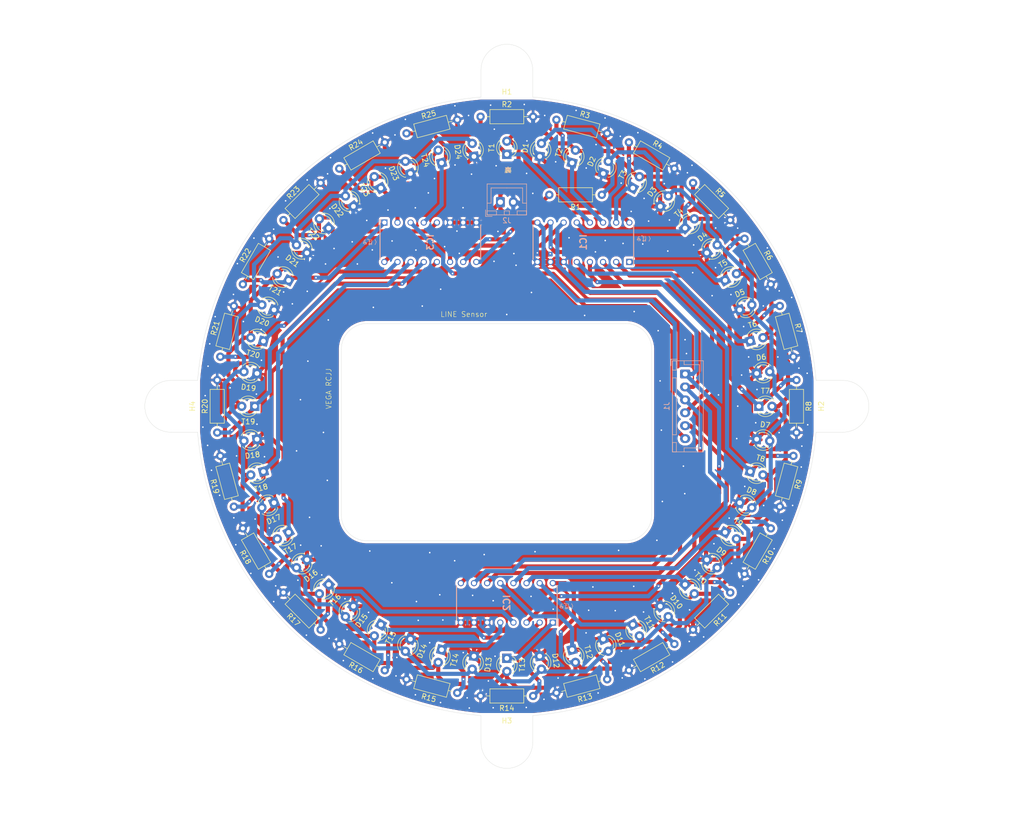
<source format=kicad_pcb>
(kicad_pcb (version 20240108) (generator "pcbnew") (generator_version "8.0")
  (layers (0 "F.Cu" signal) (31 "B.Cu" signal) (34 "B.Paste" user) (35 "F.Paste" user) (36 "B.SilkS" user "B.Silkscreen") (37 "F.SilkS" user "F.Silkscreen") (38 "B.Mask" user) (39 "F.Mask" user) (44 "Edge.Cuts" user))
  (net 0 "")
  (net 1 "Net-(D1-A)")
  (net 2 "GND")
  (net 3 "Net-(IC1-0)")
  (net 4 "Net-(IC1-C)")
  (net 5 "Net-(IC1-B)")
  (net 6 "Net-(IC1-COM)")
  (net 7 "Net-(T6-K)")
  (net 8 "Net-(IC1-3)")
  (net 9 "Net-(IC1-4)")
  (net 10 "Net-(IC1-7)")
  (net 11 "Net-(IC1-6)")
  (net 12 "Net-(IC1-A)")
  (net 13 "Net-(IC1-2)")
  (net 14 "+5V")
  (net 15 "Net-(IC1-1)")
  (net 16 "Net-(IC2-7)")
  (net 17 "Net-(T14-K)")
  (net 18 "Net-(IC2-0)")
  (net 19 "Net-(IC2-1)")
  (net 20 "Net-(IC2-6)")
  (net 21 "Net-(IC2-2)")
  (net 22 "Net-(IC2-4)")
  (net 23 "Net-(IC2-3)")
  (net 24 "Net-(IC2-COM)")
  (net 25 "Net-(T22-K)")
  (net 26 "Net-(IC3-3)")
  (net 27 "Net-(IC3-2)")
  (net 28 "Net-(IC3-4)")
  (net 29 "Net-(IC3-7)")
  (net 30 "Net-(IC3-COM)")
  (net 31 "Net-(IC3-1)")
  (net 32 "Net-(IC3-6)")
  (net 33 "Net-(IC3-0)")
  (footprint "Resistor_THT:R_Axial_DIN0207_L6.3mm_D2.5mm_P10.16mm_Horizontal" (layer "F.Cu") (at 202.253036 204.836647 165)
    (property "Reference" "R15")
    (property "Value" "100k")
  )
  (footprint "LED_THT:LED_D3.0mm" (layer "F.Cu") (at 177.386222 183.883778 -135)
    (property "Reference" "T16")
    (property "Value" "NJL")
  )
  (footprint "LED_THT:LED_D3.0mm" (layer "F.Cu") (at 193.19375 194.446031 -112.5)
    (property "Reference" "D14")
    (property "Value" "LED")
  )
  (footprint "MountingHole:MountingHole_3.2mm_M3" (layer "F.Cu") (at 211.84 214.43)
    (property "Reference" "H3")
    (property "Value" "MountingHole")
  )
  (footprint "LED_THT:LED_D3.0mm" (layer "F.Cu") (at 187.4775 191.627088 -120)
    (property "Reference" "T15")
    (property "Value" "NJL")
  )
  (footprint "Resistor_THT:R_Axial_DIN0207_L6.3mm_D2.5mm_P10.16mm_Horizontal" (layer "F.Cu") (at 155.84 154.51 90)
    (property "Reference" "R20")
    (property "Value" "100k")
  )
  (footprint "Resistor_THT:R_Axial_DIN0207_L6.3mm_D2.5mm_P10.16mm_Horizontal" (layer "F.Cu") (at 267.84 144.35 -90)
    (property "Reference" "R8")
    (property "Value" "100k")
  )
  (footprint "LED_THT:LED_D3.0mm" (layer "F.Cu") (at 241.5019 188.086142 -52.5)
    (property "Reference" "D10")
    (property "Value" "LED")
  )
  (footprint "LED_THT:LED_D3.0mm" (layer "F.Cu") (at 224.450958 196.494736 -75)
    (property "Reference" "T12")
    (property "Value" "NJL")
  )
  (footprint "Resistor_THT:R_Axial_DIN0207_L6.3mm_D2.5mm_P10.16mm_Horizontal" (layer "F.Cu") (at 231.24077 202.207046 -165)
    (property "Reference" "R13")
    (property "Value" "100k")
  )
  (footprint "LED_THT:LED_D3.0mm" (layer "F.Cu") (at 236.2025 191.627088 -60)
    (property "Reference" "T11")
    (property "Value" "NJL")
  )
  (footprint "LED_THT:LED_D3.0mm" (layer "F.Cu") (at 182.1781 110.773859 127.5)
    (property "Reference" "D22")
    (property "Value" "LED")
  )
  (footprint "LED_THT:LED_D3.0mm" (layer "F.Cu") (at 260.148151 143.070111 7.5)
    (property "Reference" "D6")
    (property "Value" "LED")
  )
  (footprint "Resistor_THT:R_Axial_DIN0207_L6.3mm_D2.5mm_P10.16mm_Horizontal" (layer "F.Cu") (at 244.239409 195.387423 -150)
    (property "Reference" "R12")
    (property "Value" "100k")
  )
  (footprint "LED_THT:LED_D3.0mm" (layer "F.Cu") (at 256.856031 168.076251 -22.5)
    (property "Reference" "D8")
    (property "Value" "LED")
  )
  (footprint "LED_THT:LED_D3.0mm" (layer "F.Cu") (at 218.199889 197.738151 -82.5)
    (property "Reference" "D12")
    (property "Value" "LED")
  )
  (footprint "Resistor_THT:R_Axial_DIN0207_L6.3mm_D2.5mm_P10.16mm_Horizontal" (layer "F.Cu") (at 206.76 93.43)
    (property "Reference" "R2")
    (property "Value" "100k")
  )
  (footprint "Resistor_THT:R_Axial_DIN0207_L6.3mm_D2.5mm_P10.16mm_Horizontal" (layer "F.Cu") (at 192.43923 96.652954 15)
    (property "Reference" "R25")
    (property "Value" "100k")
  )
  (footprint "LED_THT:LED_D3.0mm" (layer "F.Cu") (at 258.904736 136.819042 15)
    (property "Reference" "T6")
    (property "Value" "NJL")
  )
  (footprint "LED_THT:LED_D3.0mm" (layer "F.Cu") (at 256.856031 130.78375 22.5)
    (property "Reference" "D5")
    (property "Value" "LED")
  )
  (footprint "Resistor_THT:R_Axial_DIN0207_L6.3mm_D2.5mm_P10.16mm_Horizontal" (layer "F.Cu") (at 230.207731 108.53457 180)
    (property "Reference" "R1")
    (property "Value" "10")
  )
  (footprint "LED_THT:LED_D3.0mm" (layer "F.Cu") (at 199.229042 196.494736 -105)
    (property "Reference" "T14")
    (property "Value" "NJL")
  )
  (footprint "LED_THT:LED_D3.0mm" (layer "F.Cu") (at 246.293778 114.976222 45)
    (property "Reference" "T4")
    (property "Value" "NJL")
  )
  (footprint "LED_THT:LED_D3.0mm" (layer "F.Cu") (at 224.450958 102.365265 75)
    (property "Reference" "T2")
    (property "Value" "NJL")
  )
  (footprint "LED_THT:LED_D3.0mm" (layer "F.Cu") (at 218.199889 101.12185 82.5)
    (property "Reference" "D1")
    (property "Value" "LED")
  )
  (footprint "Resistor_THT:R_Axial_DIN0207_L6.3mm_D2.5mm_P10.16mm_Horizontal" (layer "F.Cu") (at 156.433354 139.843036 75)
    (property "Reference" "R21")
    (property "Value" "100k")
  )
  (footprint "LED_THT:LED_D3.0mm" (layer "F.Cu") (at 169.642913 173.7925 -150)
    (property "Reference" "T17")
    (property "Value" "NJL")
  )
  (footprint "LED_THT:LED_D3.0mm" (layer "F.Cu") (at 246.293778 183.883778 -45)
    (property "Reference" "T10")
    (property "Value" "NJL")
  )
  (footprint "LED_THT:LED_D3.0mm" (layer "F.Cu") (at 211.84 198.155 -90)
    (property "Reference" "T13")
    (property "Value" "NJL")
  )
  (footprint "Resistor_THT:R_Axial_DIN0207_L6.3mm_D2.5mm_P10.16mm_Horizontal" (layer "F.Cu") (at 165.882577 181.829409 120)
    (property "Reference" "R18")
    (property "Value" "100k")
  )
  (footprint "LED_THT:LED_D3.0mm" (layer "F.Cu") (at 205.480111 101.12185 97.5)
    (property "Reference" "D24")
    (property "Value" "LED")
  )
  (footprint "LED_THT:LED_D3.0mm" (layer "F.Cu") (at 193.19375 104.41397 112.5)
    (property "Reference" "D23")
    (property "Value" "LED")
  )
  (footprint "LED_THT:LED_D3.0mm" (layer "F.Cu") (at 258.904736 162.040958 -15)
    (property "Reference" "T8")
    (property "Value" "NJL")
  )
  (footprint "LED_THT:LED_D3.0mm" (layer "F.Cu") (at 166.82397 130.78375 157.5)
    (property "Reference" "D20")
    (property "Value" "LED")
  )
  (footprint "LED_THT:LED_D3.0mm" (layer "F.Cu") (at 236.2025 107.232913 60)
    (property "Reference" "T3")
    (property "Value" "NJL")
  )
  (footprint "LED_THT:LED_D3.0mm" (layer "F.Cu") (at 173.183859 179.0919 -142.5)
    (property "Reference" "D16")
    (property "Value" "LED")
  )
  (footprint "Resistor_THT:R_Axial_DIN0207_L6.3mm_D2.5mm_P10.16mm_Horizontal" (layer "F.Cu") (at 247.845878 106.239918 -45)
    (property "Reference" "R5")
    (property "Value" "100k")
  )
  (footprint "LED_THT:LED_D3.0mm" (layer "F.Cu") (at 230.486251 194.446031 -67.5)
    (property "Reference" "D11")
    (property "Value" "LED")
  )
  (footprint "Resistor_THT:R_Axial_DIN0207_L6.3mm_D2.5mm_P10.16mm_Horizontal" (layer "F.Cu") (at 168.649917 113.424122 45)
    (property "Reference" "R23")
    (property "Value" "100k")
  )
  (footprint "LED_THT:LED_D3.0mm" (layer "F.Cu") (at 199.229042 102.365265 105)
    (property "Reference" "T24")
    (property "Value" "NJL")
  )
  (footprint "LED_THT:LED_D3.0mm" (layer "F.Cu") (at 250.496142 119.7681 37.5)
    (property "Reference" "D4")
    (property "Value" "LED")
  )
  (footprint "LED_THT:LED_D3.0mm" (layer "F.Cu") (at 163.53185 143.070111 172.5)
    (property "Reference" "D19")
    (property "Value" "LED")
  )
  (footprint "LED_THT:LED_D3.0mm" (layer "F.Cu") (at 260.148151 155.789889 -7.5)
    (property "Reference" "D7")
    (property "Value" "LED")
  )
  (footprint "LED_THT:LED_D3.0mm" (layer "F.Cu") (at 164.775265 136.819042 165)
    (property "Reference" "T20")
    (property "Value" "NJL")
  )
  (footprint "LED_THT:LED_D3.0mm" (layer "F.Cu") (at 254.037088 173.7925 -30)
    (property "Reference" "T9")
    (property "Value" "NJL")
  )
  (footprint "Resistor_THT:R_Axial_DIN0207_L6.3mm_D2.5mm_P10.16mm_Horizontal" (layer "F.Cu") (at 221.426964 94.023354 -15)
    (property "Reference" "R3")
    (property "Value" "100k")
  )
  (footprint "LED_THT:LED_D3.0mm" (layer "F.Cu") (at 163.53185 155.789889 -172.5)
    (property "Reference" "D18")
    (property "Value" "LED")
  )
  (footprint "LED_THT:LED_D3.0mm" (layer "F.Cu") (at 260.565 149.43)
    (property "Reference" "T7")
    (property "Value" "NJL")
  )
  (footprint "LED_THT:LED_D3.0mm" (layer "F.Cu") (at 211.84 100.705 90)
    (property "Reference" "T1")
    (property "Value" "NJL")
  )
  (footprint "LED_THT:LED_D3.0mm" (layer "F.Cu") (at 173.183859 119.7681 142.5)
    (property "Reference" "D21")
    (property "Value" "LED")
  )
  (footprint "LED_THT:LED_D3.0mm" (layer "F.Cu") (at 187.4775 107.232913 120)
    (property "Reference" "T23")
    (property "Value" "NJL")
  )
  (footprint "Resistor_THT:R_Axial_DIN0207_L6.3mm_D2.5mm_P10.16mm_Horizontal" (layer "F.Cu") (at 216.92 205.43 180)
    (property "Reference" "R14")
    (property "Value" "100k")
  )
  (footprint "LED_THT:LED_D3.0mm" (layer "F.Cu") (at 163.115 149.43 180)
    (property "Reference" "T19")
    (property "Value" "NJL")
  )
  (footprint "LED_THT:LED_D3.0mm" (layer "F.Cu") (at 166.82397 168.076251 -157.5)
    (property "Reference" "D17")
    (property "Value" "LED")
  )
  (footprint "Resistor_THT:R_Axial_DIN0207_L6.3mm_D2.5mm_P10.16mm_Horizontal" (layer "F.Cu") (at 175.834123 192.620083 135)
    (property "Reference" "R17")
    (property "Value" "100k")
  )
  (footprint "Resistor_THT:R_Axial_DIN0207_L6.3mm_D2.5mm_P10.16mm_Horizontal" (layer "F.Cu") (at 267.246647 159.016964 -105)
    (property "Reference" "R9")
    (property "Value" "100k")
  )
  (footprint "LED_THT:LED_D3.0mm" (layer "F.Cu") (at 254.037088 125.0675 30)
    (property "Reference" "T5")
    (property "Value" "NJL")
  )
  (footprint "Resistor_THT:R_Axial_DIN0207_L6.3mm_D2.5mm_P10.16mm_Horizontal" (layer "F.Cu") (at 264.617046 130.02923 -75)
    (property "Reference" "R7")
    (property "Value" "100k")
  )
  (footprint "Resistor_THT:R_Axial_DIN0207_L6.3mm_D2.5mm_P10.16mm_Horizontal" (layer "F.Cu") (at 188.239409 200.467423 150)
    (property "Reference" "R16")
    (property "Value" "100k")
  )
  (footprint "Resistor_THT:R_Axial_DIN0207_L6.3mm_D2.5mm_P10.16mm_Horizontal" (layer "F.Cu") (at 257.797423 117.030591 -60)
    (property "Reference" "R6")
    (property "Value" "100k")
  )
  (footprint "LED_THT:LED_D3.0mm" (layer "F.Cu") (at 164.775265 162.040958 -165)
    (property "Reference" "T18")
    (property "Value" "NJL")
  )
  (footprint "LED_THT:LED_D3.0mm" (layer "F.Cu") (at 230.486251 104.41397 67.5)
    (property "Reference" "D2")
    (property "Value" "LED")
  )
  (footprint "Resistor_THT:R_Axial_DIN0207_L6.3mm_D2.5mm_P10.16mm_Horizontal" (layer "F.Cu") (at 160.802577 125.829409 60)
    (property "Reference" "R22")
    (property "Value" "100k")
  )
  (footprint "LED_THT:LED_D3.0mm" (layer "F.Cu") (at 241.5019 110.773859 52.5)
    (property "Reference" "D3")
    (property "Value" "LED")
  )
  (footprint "Resistor_THT:R_Axial_DIN0207_L6.3mm_D2.5mm_P10.16mm_Horizontal" (layer "F.Cu") (at 255.030083 185.435878 -135)
    (property "Reference" "R11")
    (property "Value" "100k")
  )
  (footprint "Resistor_THT:R_Axial_DIN0207_L6.3mm_D2.5mm_P10.16mm_Horizontal" (layer "F.Cu") (at 262.877423 173.030591 -120)
    (property "Reference" "R10")
    (property "Value" "100k")
  )
  (footprint "MountingHole:MountingHole_3.2mm_M3" (layer "F.Cu") (at 276.84 149.43 90)
    (property "Reference" "H2")
    (property "Value" "MountingHole")
  )
  (footprint "MountingHole:MountingHole_3.2mm_M3" (layer "F.Cu") (at 146.84 149.43 -90)
    (property "Reference" "H4")
    (property "Value" "MountingHole")
  )
  (footprint "LED_THT:LED_D3.0mm" (layer "F.Cu") (at 250.496142 179.0919 -37.5)
    (property "Reference" "D9")
    (property "Value" "LED")
  )
  (footprint "MountingHole:MountingHole_3.2mm_M3" (layer "F.Cu") (at 211.84 84.43 180)
    (property "Reference" "H1")
    (property "Value" "MountingHole")
  )
  (footprint "LED_THT:LED_D3.0mm" (layer "F.Cu") (at 205.480111 197.738151 -97.5)
    (property "Reference" "D13")
    (property "Value" "LED")
  )
  (footprint "LED_THT:LED_D3.0mm" (layer "F.Cu") (at 177.386222 114.976222 135)
    (property "Reference" "T22")
    (property "Value" "NJL")
  )
  (footprint "LED_THT:LED_D3.0mm" (layer "F.Cu") (at 182.1781 188.086142 -127.5)
    (property "Reference" "D15")
    (property "Value" "LED")
  )
  (footprint "LED_THT:LED_D3.0mm" (layer "F.Cu") (at 169.642913 125.0675 150)
    (property "Reference" "T21")
    (property "Value" "NJL")
  )
  (footprint "Resistor_THT:R_Axial_DIN0207_L6.3mm_D2.5mm_P10.16mm_Horizontal" (layer "F.Cu") (at 235.440591 98.392577 -30)
    (property "Reference" "R4")
    (property "Value" "100k")
  )
  (footprint "Resistor_THT:R_Axial_DIN0207_L6.3mm_D2.5mm_P10.16mm_Horizontal" (layer "F.Cu") (at 179.440591 103.472577 30)
    (property "Reference" "R24")
    (property "Value" "100k")
  )
  (footprint "Resistor_THT:R_Axial_DIN0207_L6.3mm_D2.5mm_P10.16mm_Horizontal" (layer "F.Cu") (at 159.062954 168.83077 105)
    (property "Reference" "R19")
    (property "Value" "100k")
  )
  (footprint "LINESENSOR:TC4051BP_THT" (layer "B.Cu") (at 226.631639 117.709227 90)
    (property "Reference" "IC1")
    (property "Value" "TC4051BP_THT" (hide yes))
  )
  (footprint "Connector_JST:JST_XH_B2B-XH-A_1x02_P2.50mm_Vertical" (layer "B.Cu") (at 210.59 109.955)
    (property "Reference" "J2")
    (property "Value" "Conn_01x02_Pin")
  )
  (footprint "Connector_JST:JST_XH_B6B-XH-A_1x06_P2.50mm_Vertical" (layer "B.Cu") (at 246.315 143.18 -90)
    (property "Reference" "J1")
    (property "Value" "Conn_01x06_Socket")
  )
  (footprint "LINESENSOR:TC4051BP_THT" (layer "B.Cu") (at 197.048361 117.709227 -90)
    (property "Reference" "IC3")
    (property "Value" "TC4051BP_THT" (hide yes))
  )
  (footprint "LINESENSOR:TC4051BP_THT" (layer "B.Cu") (at 211.84 187.43 90)
    (property "Reference" "IC2")
    (property "Value" "TC4051BP_THT" (hide yes))
  )
  (gr_line (start 206.84 89.63) (end 206.84 84.43) (stroke (width 0.05)) (layer "Edge.Cuts"))
  (gr_line (start 239.84 138.43) (end 239.84 170.43) (stroke (width 0.05)) (layer "Edge.Cuts"))
  (gr_arc (start 234.84 133.43) (mid 238.375534 134.894466) (end 239.84 138.43) (stroke (width 0.05)) (layer "Edge.Cuts"))
  (gr_arc (start 152.04 144.43) (mid 169.407465 106.997465) (end 206.84 89.63) (stroke (width 0.05)) (layer "Edge.Cuts"))
  (gr_arc (start 216.84 89.63) (mid 254.272535 106.997465) (end 271.64 144.43) (stroke (width 0.05)) (layer "Edge.Cuts"))
  (gr_arc (start 206.84 84.43) (mid 211.84 79.43) (end 216.84 84.43) (stroke (width 0.05)) (layer "Edge.Cuts"))
  (gr_line (start 206.84 209.23) (end 206.84 214.43) (stroke (width 0.05)) (layer "Edge.Cuts"))
  (gr_line (start 271.64 154.43) (end 276.84 154.43) (stroke (width 0.05)) (layer "Edge.Cuts"))
  (gr_line (start 234.84 175.43) (end 184.84 175.43) (stroke (width 0.05)) (layer "Edge.Cuts"))
  (gr_arc (start 206.84 209.23) (mid 169.407465 191.862535) (end 152.04 154.43) (stroke (width 0.05)) (layer "Edge.Cuts"))
  (gr_line (start 179.84 170.43) (end 179.84 138.43) (stroke (width 0.05)) (layer "Edge.Cuts"))
  (gr_arc (start 271.64 154.43) (mid 254.272535 191.862535) (end 216.84 209.23) (stroke (width 0.05)) (layer "Edge.Cuts"))
  (gr_arc (start 276.84 144.43) (mid 281.84 149.43) (end 276.84 154.43) (stroke (width 0.05)) (layer "Edge.Cuts"))
  (gr_line (start 234.84 133.43) (end 184.84 133.43) (stroke (width 0.05)) (layer "Edge.Cuts"))
  (gr_line (start 152.04 144.43) (end 146.84 144.43) (stroke (width 0.05)) (layer "Edge.Cuts"))
  (gr_arc (start 216.84 214.43) (mid 211.84 219.43) (end 206.84 214.43) (stroke (width 0.05)) (layer "Edge.Cuts"))
  (gr_arc (start 239.84 170.43) (mid 238.375534 173.965534) (end 234.84 175.43) (stroke (width 0.05)) (layer "Edge.Cuts"))
  (gr_arc (start 179.84 138.43) (mid 181.304466 134.894466) (end 184.84 133.43) (stroke (width 0.05)) (layer "Edge.Cuts"))
  (gr_line (start 152.04 154.43) (end 146.84 154.43) (stroke (width 0.05)) (layer "Edge.Cuts"))
  (gr_arc (start 184.84 175.43) (mid 181.304466 173.965534) (end 179.84 170.43) (stroke (width 0.05)) (layer "Edge.Cuts"))
  (gr_line (start 271.64 144.43) (end 276.84 144.43) (stroke (width 0.05)) (layer "Edge.Cuts"))
  (gr_arc (start 146.84 154.43) (mid 141.84 149.43) (end 146.84 144.43) (stroke (width 0.05)) (layer "Edge.Cuts"))
  (gr_line (start 216.84 89.63) (end 216.84 84.43) (stroke (width 0.05)) (layer "Edge.Cuts"))
  (gr_line (start 216.84 209.23) (end 216.84 214.43) (stroke (width 0.05)) (layer "Edge.Cuts"))
  (gr_text "くぼみ" (at 240.01 117.7 -0) (layer "B.SilkS") (effects (font (size 1 1) (thickness 0.1)) (justify left bottom mirror)))
  (gr_text "くぼみ" (at 225.04 188.75 -0) (layer "B.SilkS") (effects (font (size 1 1) (thickness 0.1)) (justify left bottom mirror)))
  (gr_text "くぼみ" (at 187.04 118.36 -0) (layer "B.SilkS") (effects (font (size 1 1) (thickness 0.1)) (justify left bottom mirror)))
  (gr_text "表" (at 212.84 104.42 0) (layer "B.SilkS") (effects (font (size 1 1) (thickness 0.1)) (justify left bottom mirror)))
  (gr_text "裏\n" (at 211.32 104.42 0) (layer "F.SilkS") (effects (font (size 1 1) (thickness 0.1)) (justify left bottom)))
  (gr_text "VEGA RCJJ" (at 177.99 150.04 90) (layer "F.SilkS") (effects (font (size 1 1) (thickness 0.1)) (justify left bottom)))
  (gr_text "LINE Sensor" (at 198.94 132.23 0) (layer "F.SilkS") (effects (font (size 1 1) (thickness 0.1)) (justify left bottom)))
  (segment (start 192.221734 196.792685) (end 191.669049 196.24) (width 0.8) (layer "B.Cu") (net 1))
  (segment (start 262.858188 165.392764) (end 259.202685 169.048267) (width 0.8) (layer "B.Cu") (net 1))
  (segment (start 160.36 153.66) (end 157.26 150.56) (width 0.8) (layer "B.Cu") (net 1))
  (segment (start 192.221734 102.067316) (end 194.294818 102.067316) (width 0.8) (layer "B.Cu") (net 1))
  (segment (start 175.18 187.72) (end 172.88 185.42) (width 0.8) (layer "B.Cu") (net 1))
  (segment (start 186.499386 196.24) (end 180.631846 190.37246) (width 0.8) (layer "B.Cu") (net 1))
  (segment (start 262.666421 156.121426) (end 262.858188 156.313193) (width 0.8) (layer "B.Cu") (net 1))
  (segment (start 162.96 128.294418) (end 162.96 122.03) (width 0.8) (layer "B.Cu") (net 1))
  (segment (start 252.511259 118.221846) (end 252.941846 118.221846) (width 0.8) (layer "B.Cu") (net 1))
  (segment (start 159.551426 142.738574) (end 161.01358 142.738574) (width 0.8) (layer "B.Cu") (net 1))
  (segment (start 164.477316 129.811734) (end 162.96 128.294418) (width 0.8) (layer "B.Cu") (net 1))
  (segment (start 218.985005 200.71) (end 218.531426 200.256421) (width 0.8) (layer "B.Cu") (net 1))
  (segment (start 262.858188 156.313193) (end 262.858188 165.392764) (width 0.8) (layer "B.Cu") (net 1))
  (segment (start 259.202685 129.811734) (end 259.202685 131.442685) (width 0.8) (layer "B.Cu") (net 1))
  (segment (start 180.631846 108.758742) (end 180.631846 107.48595) (width 0.8) (layer "B.Cu") (net 1))
  (segment (start 157.26 150.56) (end 157.26 145.03) (width 0.8) (layer "B.Cu") (net 1))
  (segment (start 228.21 95.97) (end 231.458267 99.218267) (width 0.8) (layer "B.Cu") (net 1))
  (segment (start 243.048154 108.758742) (end 244.156896 107.65) (width 0.8) (layer "B.Cu") (net 1))
  (segment (start 259.202685 124.482685) (end 259.202685 129.811734) (width 0.8) (layer "B.Cu") (net 1))
  (segment (start 162.96 122.03) (end 168.05 116.94) (width 0.8) (layer "B.Cu") (net 1))
  (segment (start 192.221734 102.067316) (end 192.004418 101.85) (width 0.8) (layer "B.Cu") (net 1))
  (segment (start 259.202685 131.442685) (end 263.01 135.25) (width 0.8) (layer "B.Cu") (net 1))
  (segment (start 216.187847 202.6) (end 210.86 202.6) (width 0.8) (layer "B.Cu") (net 1))
  (segment (start 161.01358 156.121426) (end 160.36 155.467846) (width 0.8) (layer "B.Cu") (net 1))
  (segment (start 259.202685 169.048267) (end 256.69 171.560952) (width 0.8) (layer "B.Cu") (net 1))
  (segment (start 210.86 202.6) (end 209.54 201.28) (width 0.8) (layer "B.Cu") (net 1))
  (segment (start 258.53 176.07) (end 256.69 177.91) (width 0.8) (layer "B.Cu") (net 1))
  (segment (start 218.531426 200.256421) (end 218.756421 200.256421) (width 0.8) (layer "B.Cu") (net 1))
  (segment (start 161.01358 140.119366) (end 159.6 138.705786) (width 0.8) (layer "B.Cu") (net 1))
  (segment (start 209.54 201.28) (end 206.172153 201.28) (width 0.8) (layer "B.Cu") (net 1))
  (segment (start 245.514214 107.65) (end 250.69 112.825786) (width 0.8) (layer "B.Cu") (net 1))
  (segment (start 171.168742 118.221846) (end 171.168742 115.480279) (width 0.8) (layer "B.Cu") (net 1))
  (segment (start 159.6 132.51) (end 162.298266 129.811734) (width 0.8) (layer "B.Cu") (net 1))
  (segment (start 218.531426 98.60358) (end 221.165006 95.97) (width 0.8) (layer "B.Cu") (net 1))
  (segment (start 231.458267 99.218267) (end 231.458267 102.067316) (width 0.8) (layer "B.Cu") (net 1))
  (segment (start 244.296895 191.35) (end 243.048154 190.101259) (width 0.8) (layer "B.Cu") (net 1))
  (segment (start 191.669049 196.24) (end 186.499386 196.24) (width 0.8) (layer "B.Cu") (net 1))
  (segment (start 160.821813 156.313193) (end 161.01358 156.121426) (width 0.8) (layer "B.Cu") (net 1))
  (segment (start 206.172153 201.28) (end 205.148574 200.256421) (width 0.8) (layer "B.Cu") (net 1))
  (segment (start 231.458267 196.792685) (end 231.047315 196.792685) (width 0.8) (layer "B.Cu") (net 1))
  (segment (start 180.631846 107.48595) (end 186.05048 102.067316) (width 0.8) (layer "B.Cu") (net 1))
  (segment (start 177.890279 108.758742) (end 180.631846 108.758742) (width 0.8) (layer "B.Cu") (net 1))
  (segment (start 241.03 102.93) (end 241.03 106.740588) (width 0.8) (layer "B.Cu") (net 1))
  (segment (start 244.156896 107.65) (end 245.514214 107.65) (width 0.8) (layer "B.Cu") (net 1))
  (segment (start 204.248574 201.156421) (end 196.58547 201.156421) (width 0.8) (layer "B.Cu") (net 1))
  (segment (start 180.631846 190.37246) (end 180.631846 190.101259) (width 0.8) (layer "B.Cu") (net 1))
  (segment (start 243.048154 190.101259) (end 243.048154 190.37246) (width 0.8) (layer "B.Cu") (net 1))
  (segment (start 243.048154 190.37246) (end 237.900614 195.52) (width 0.8) (layer "B.Cu") (net 1))
  (segment (start 172.88 182.349412) (end 171.168742 180.638154) (width 0.8) (layer "B.Cu") (net 1))
  (segment (start 265.52 148.72) (end 265.52 151.59) (width 0.8) (layer "B.Cu") (net 1))
  (segment (start 265.52 151.59) (end 262.666421 154.443579) (width 0.8) (layer "B.Cu") (net 1))
  (segment (start 263.59 146.79) (end 265.52 148.72) (width 0.8) (layer "B.Cu") (net 1))
  (segment (start 180.631846 190.091846) (end 178.26 187.72) (width 0.8) (layer "B.Cu") (net 1))
  (segment (start 218.531426 200.256421) (end 216.187847 202.6) (width 0.8) (layer "B.Cu") (net 1))
  (segment (start 170.578154 180.638154) (end 164.477316 174.537316) (width 0.8) (layer "B.Cu") (net 1))
  (segment (start 232.730952 195.52) (end 231.458267 196.792685) (width 0.8) (layer "B.Cu") (net 1))
  (segment (start 169.886896 116.94) (end 171.168742 118.221846) (width 0.8) (layer "B.Cu") (net 1))
  (segment (start 231.458267 102.067316) (end 231.458267 102.088267) (width 0.8) (layer "B.Cu") (net 1))
  (segment (start 258.53 173.400952) (end 258.53 176.07) (width 0.8) (layer "B.Cu") (net 1))
  (segment (start 205.148574 200.256421) (end 204.248574 201.156421) (width 0.8) (layer "B.Cu") (net 1))
  (segment (start 262.666421 154.443579) (end 262.666421 156.121426) (width 0.8) (layer "B.Cu") (net 1))
  (segment (start 221.165006 95.97) (end 228.21 95.97) (width 0.8) (layer "B.Cu") (net 1))
  (segment (start 256.69 171.560952) (end 258.53 173.400952) (width 0.8) (layer "B.Cu") (net 1))
  (segment (start 252.941846 118.221846) (end 259.202685 124.482685) (width 0.8) (layer "B.Cu") (net 1))
  (segment (start 157.26 145.03) (end 159.551426 142.738574) (width 0.8) (layer "B.Cu") (net 1))
  (segment (start 227.13 200.71) (end 218.985005 200.71) (width 0.8) (layer "B.Cu") (net 1))
  (segment (start 231.047315 196.792685) (end 227.13 200.71) (width 0.8) (layer "B.Cu") (net 1))
  (segment (start 252.511259 180.638154) (end 250.41 182.739413) (width 0.8) (layer "B.Cu") (net 1))
  (segment (start 232.262158 102.892158) (end 232.262158 106.480143) (width 0.8) (layer "B.Cu") (net 1))
  (segment (start 231.458267 102.067316) (end 233.205583 100.32) (width 0.8) (layer "B.Cu") (net 1))
  (segment (start 256.69 177.91) (end 255.239413 177.91) (width 0.8) (layer "B.Cu") (net 1))
  (segment (start 252.511259 116.781259) (end 252.511259 118.221846) (width 0.8) (layer "B.Cu") (net 1))
  (segment (start 233.205583 100.32) (end 238.42 100.32) (width 0.8) (layer "B.Cu") (net 1))
  (segment (start 198.658554 97.70358) (end 204.248574 97.70358) (width 0.8) (layer "B.Cu") (net 1))
  (segment (start 262.666421 142.738575) (end 263.59 143.662154) (width 0.8) (layer "B.Cu") (net 1))
  (segment (start 160.821813 164.221813) (end 160.821813 156.313193) (width 0.8) (layer "B.Cu") (net 1))
  (segment (start 232.262158 106.480143) (end 230.207731 108.53457) (width 0.8) (layer "B.Cu") (net 1))
  (segment (start 204.248574 97.70358) (end 205.148574 98.60358) (width 0.8) (layer "B.Cu") (net 1))
  (segment (start 250.69 114.96) (end 252.511259 116.781259) (width 0.8) (layer "B.Cu") (net 1))
  (segment (start 164.477316 167.877316) (end 160.821813 164.221813) (width 0.8) (layer "B.Cu") (net 1))
  (segment (start 178.26 187.72) (end 175.18 187.72) (width 0.8) (layer "B.Cu") (net 1))
  (segment (start 171.168742 180.638154) (end 170.578154 180.638154) (width 0.8) (layer "B.Cu") (net 1))
  (segment (start 164.477316 169.048267) (end 164.477316 167.877316) (width 0.8) (layer "B.Cu") (net 1))
  (segment (start 172.88 185.42) (end 172.88 182.349412) (width 0.8) (layer "B.Cu") (net 1))
  (segment (start 186.05048 102.067316) (end 192.221734 102.067316) (width 0.8) (layer "B.Cu") (net 1))
  (segment (start 164.477316 174.537316) (end 164.477316 169.048267) (width 0.8) (layer "B.Cu") (net 1))
  (segment (start 159.6 138.705786) (end 159.6 132.51) (width 0.8) (layer "B.Cu") (net 1))
  (segment (start 250.41 182.739413) (end 250.41 187.55) (width 0.8) (layer "B.Cu") (net 1))
  (segment (start 237.900614 195.52) (end 232.730952 195.52) (width 0.8) (layer "B.Cu") (net 1))
  (segment (start 218.756421 200.256421) (end 218.948188 200.448188) (width 0.8) (layer "B.Cu") (net 1))
  (segment (start 180.631846 190.101259) (end 180.631846 190.091846) (width 0.8) (layer "B.Cu") (net 1))
  (segment (start 250.41 187.55) (end 246.61 191.35) (width 0.8) (layer "B.Cu") (net 1))
  (segment (start 162.298266 129.811734) (end 164.477316 129.811734) (width 0.8) (layer "B.Cu") (net 1))
  (segment (start 160.36 155.467846) (end 160.36 153.66) (width 0.8) (layer "B.Cu") (net 1))
  (segment (start 241.03 106.740588) (end 243.048154 108.758742) (width 0.8) (layer "B.Cu") (net 1))
  (segment (start 171.168742 115.480279) (end 177.890279 108.758742) (width 0.8) (layer "B.Cu") (net 1))
  (segment (start 250.69 112.825786) (end 250.69 114.96) (width 0.8) (layer "B.Cu") (net 1))
  (segment (start 263.01 142.394996) (end 262.666421 142.738575) (width 0.8) (layer "B.Cu") (net 1))
  (segment (start 194.294818 102.067316) (end 198.658554 97.70358) (width 0.8) (layer "B.Cu") (net 1))
  (segment (start 263.59 143.662154) (end 263.59 146.79) (width 0.8) (layer "B.Cu") (net 1))
  (segment (start 246.61 191.35) (end 244.296895 191.35) (width 0.8) (layer "B.Cu") (net 1))
  (segment (start 263.01 135.25) (end 263.01 142.394996) (width 0.8) (layer "B.Cu") (net 1))
  (segment (start 238.42 100.32) (end 241.03 102.93) (width 0.8) (layer "B.Cu") (net 1))
  (segment (start 231.458267 102.088267) (end 232.262158 102.892158) (width 0.8) (layer "B.Cu") (net 1))
  (segment (start 196.58547 201.156421) (end 192.221734 196.792685) (width 0.8) (layer "B.Cu") (net 1))
  (segment (start 161.01358 142.738574) (end 161.01358 140.119366) (width 0.8) (layer "B.Cu") (net 1))
  (segment (start 168.05 116.94) (end 169.886896 116.94) (width 0.8) (layer "B.Cu") (net 1))
  (segment (start 255.239413 177.91) (end 252.511259 180.638154) (width 0.8) (layer "B.Cu") (net 1))
  (segment (start 166.82397 168.076251) (end 166.82397 159.082009) (width 0.8) (layer "F.Cu") (net 2))
  (segment (start 218.199889 197.738151) (end 218.618151 197.738151) (width 0.8) (layer "F.Cu") (net 2))
  (segment (start 241.5019 188.086142) (end 236.84614 188.086142) (width 0.8) (layer "F.Cu") (net 2))
  (segment (start 247.845878 189.465878) (end 247.17 188.79) (width 0.8) (layer "F.Cu") (net 2))
  (segment (start 205.480111 197.738151) (end 205.581849 197.738151) (width 0.8) (layer "F.Cu") (net 2))
  (segment (start 163.53185 143.070111) (end 166.82397 139.777991) (width 0.8) (layer "F.Cu") (net 2))
  (segment (start 255.295 179.805) (end 254.575 179.805) (width 0.8) (layer "F.Cu") (net 2))
  (segment (start 200.858361 113.899227) (end 205.938361 113.899227) (width 0.8) (layer "F.Cu") (net 2))
  (segment (start 221.492009 104.41397) (end 230.486251 104.41397) (width 0.8) (layer "F.Cu") (net 2))
  (segment (start 208.27 200.52804) (end 205.480111 197.738151) (width 0.8) (layer "F.Cu") (net 2))
  (segment (start 261.41804 154.52) (end 260.148151 155.789889) (width 0.8) (layer "F.Cu") (net 2))
  (segment (start 173.183859 181.306141) (end 173.183859 179.0919) (width 0.8) (layer "F.Cu") (net 2))
  (segment (start 259.065 144.153262) (end 259.065 154.706738) (width 0.8) (layer "F.Cu") (net 2))
  (segment (start 260.148151 155.789889) (end 256.856031 159.082009) (width 0.8) (layer "F.Cu") (net 2))
  (segment (start 193.19375 194.446031) (end 193.19375 192.04375) (width 0.8) (layer "F.Cu") (net 2))
  (segment (start 259.065 154.706738) (end 260.148151 155.789889) (width 0.8) (layer "F.Cu") (net 2))
  (segment (start 256.856031 168.076251) (end 256.403749 168.076251) (width 0.8) (layer "F.Cu") (net 2))
  (segment (start 197.49 193.06) (end 196.05 194.5) (width 0.8) (layer "F.Cu") (net 2))
  (segment (start 247.6581 119.7681) (end 250.496142 119.7681) (width 0.8) (layer "F.Cu") (net 2))
  (segment (start 250.496142 116.673858) (end 250.496142 119.7681) (width 0.8) (layer "F.Cu") (net 2))
  (segment (start 259.97742 131.47258) (end 257.544861 131.47258) (width 0.8) (layer "F.Cu") (net 2))
  (segment (start 264.24 139.89) (end 263.328262 139.89) (width 0.8) (layer "F.Cu") (net 2))
  (segment (start 208.03 191.24) (end 202.95 191.24) (width 0.8) (layer "F.Cu") (net 2))
  (segment (start 182.71 188.618042) (end 182.1781 188.086142) (width 0.8) (layer "F.Cu") (net 2))
  (segment (start 221.75 201.97) (end 221.75 201.288262) (width 0.8) (layer "F.Cu") (net 2))
  (segment (start 202.253035 94.023353) (end 202.253035 97.894774) (width 0.8) (layer "F.Cu") (net 2))
  (segment (start 250.36 178.955758) (end 250.496142 179.0919) (width 0.8) (layer "F.Cu") (net 2))
  (segment (start 208.27 202.53) (end 208.27 200.52804) (width 0.8) (layer "F.Cu") (net 2))
  (segment (start 218.199889 101.12185) (end 221.492009 104.41397) (width 0.8) (layer "F.Cu") (net 2))
  (segment (start 242.28 106.38) (end 241.49 107.17) (width 0.8) (layer "F.Cu") (net 2))
  (segment (start 256.856031 159.082009) (end 256.856031 168.076251) (width 0.8) (layer "F.Cu") (net 2))
  (segment (start 205.480111 101.12185) (end 201.211961 105.39) (width 0.8) (layer "F.Cu") (net 2))
  (segment (start 241.5019 113.6119) (end 247.6581 119.7681) (width 0.8) (layer "F.Cu") (net 2))
  (segment (start 263.328262 139.89) (end 260.148151 143.070111) (width 0.8) (layer "F.Cu") (net 2))
  (segment (start 205.480111 193.789889) (end 208.03 191.24) (width 0.8) (layer "F.Cu") (net 2))
  (segment (start 229.09 98.803724) (end 229.09 98.82) (width 0.8) (layer "F.Cu") (net 2))
  (segment (start 222.821639 121.519227) (end 217.741639 121.519227) (width 0.8) (layer "F.Cu") (net 2))
  (segment (start 193.247719 194.5) (end 193.19375 194.446031) (width 0.8) (layer "F.Cu") (net 2))
  (segment (start 234 196.79) (end 231.656031 194.446031) (width 0.8) (layer "F.Cu") (net 2))
  (segment (start 176.5819 179.0919) (end 173.183859 179.0919) (width 0.8) (layer "F.Cu") (net 2))
  (segment (start 159.062955 131.202955) (end 160.9 133.04) (width 0.8) (layer "F.Cu") (net 2))
  (segment (start 164.615 144.153261) (end 163.53185 143.070111) (width 0.8) (layer "F.Cu") (net 2))
  (segment (start 260.33 166.11) (end 259.83 166.11) (width 0.8) (layer "F.Cu") (net 2))
  (segment (start 192.447067 194.446031) (end 193.19375 194.446031) (width 0.8) (layer "F.Cu") (net 2))
  (segment (start 257.544861 131.47258) (end 256.856031 130.78375) (width 0.8) (layer "F.Cu") (net 2))
  (segment (start 165.882577 117.030591) (end 168.620086 119.7681) (width 0.8) (layer "F.Cu") (net 2))
  (segment (start 256.856031 139.777991) (end 260.148151 143.070111) (width 0.8) (layer "F.Cu") (net 2))
  (segment (start 231.240769 96.652955) (end 229.09 98.803724) (width 0.8) (layer "F.Cu") (net 2))
  (segment (start 164.615 154.706739) (end 164.615 144.153261) (width 0.8) (layer "F.Cu") (net 2))
  (segment (start 254.575 179.805) (end 253.8619 179.0919) (width 0.8) (layer "F.Cu") (net 2))
  (segment (start 248.964334 179.0919) (end 241.5019 186.554334) (width 0.8) (layer "F.Cu") (net 2))
  (segment (start 188.239409 100.433782) (end 192.219597 104.41397) (width 0.8) (layer "F.Cu") (net 2))
  (segment (start 236.84614 188.086142) (end 230.486251 194.446031) (width 0.8) (layer "F.Cu") (net 2))
  (segment (start 261.49 168.61) (end 261.49 167.27) (width 0.8) (layer "F.Cu") (net 2))
  (segment (start 260.148151 143.070111) (end 259.065 144.153262) (width 0.8) (layer "F.Cu") (net 2))
  (segment (start 190.57 196.323098) (end 192.447067 194.446031) (width 0.8) (layer "F.Cu") (net 2))
  (segment (start 182.1781 184.6881) (end 176.5819 179.0919) (width 0.8) (layer "F.Cu") (net 2))
  (segment (start 236.84614 110.773859) (end 241.5019 110.773859) (width 0.8) (layer "F.Cu") (net 2))
  (segment (start 257.863749 168.076251) (end 256.856031 168.076251) (width 0.8) (layer "F.Cu") (net 2))
  (segment (start 157.35 145.86) (end 158.33 145.86) (width 0.8) (layer "F.Cu") (net 2))
  (segment (start 252.22 114.95) (end 250.496142 116.673858) (width 0.8) (layer "F.Cu") (net 2))
  (segment (start 155.84 144.35) (end 157.35 145.86) (width 0.8) (layer "F.Cu") (net 2))
  (segment (start 192.219597 104.41397) (end 193.19375 104.41397) (width 0.8) (layer "F.Cu") (net 2))
  (segment (start 180.368064 110.773859) (end 182.1781 110.773859) (width 0.8) (layer "F.Cu") (net 2))
  (segment (start 190.57 197.98) (end 190.57 196.323098) (width 0.8) (layer "F.Cu") (net 2))
  (segment (start 241.49 110.761959) (end 241.5019 110.773859) (width 0.8) (layer "F.Cu") (net 2))
  (segment (start 261.49 167.27) (end 260.33 166.11) (width 0.8) (layer "F.Cu") (net 2))
  (segment (start 159.58 159.02) (end 160.301739 159.02) (width 0.8) (layer "F.Cu") (net 2))
  (segment (start 164.416904 171.23) (end 166.82397 168.822934) (width 0.8) (layer "F.Cu") (net 2))
  (segment (start 182.1781 188.086142) (end 182.1781 184.6881) (width 0.8) (layer "F.Cu") (net 2))
  (segment (start 221.75 201.288262) (end 218.199889 197.738151) (width 0.8) (layer "F.Cu") (net 2))
  (segment (start 171.44 183.05) (end 173.183859 181.306141) (width 0.8) (layer "F.Cu") (net 2))
  (segment (start 173.183859 174.43614) (end 166.82397 168.076251) (width 0.8) (layer "F.Cu") (net 2))
  (segment (start 202.253035 97.894774) (end 205.480111 101.12185) (width 0.8) (layer "F.Cu") (net 2))
  (segment (start 241.5019 110.773859) (end 241.5019 113.6119) (width 0.8) (layer "F.Cu") (net 2))
  (segment (start 182.71 190.83) (end 182.71 188.618042) (width 0.8) (layer "F.Cu") (net 2))
  (segment (start 250.496142 179.0919) (end 248.964334 179.0919) (width 0.8) (layer "F.Cu") (net 2))
  (segment (start 216.341738 195.88) (end 207.338262 195.88) (width 0.8) (layer "F.Cu") (net 2))
  (segment (start 173.183859 179.0919) (end 173.183859 174.43614) (width 0.8) (layer "F.Cu") (net 2))
  (segment (start 205.480111 197.738151) (end 200.80196 193.06) (width 0.8) (layer "F.Cu") (net 2))
  (segment (start 250.496142 119.7681) (end 250.496142 124.423861) (width 0.8) (layer "F.Cu") (net 2))
  (segment (start 193.19375 192.04375) (end 189.236142 188.086142) (width 0.8) (layer "F.Cu") (net 2))
  (segment (start 259.83 166.11) (end 257.863749 168.076251) (width 0.8) (layer "F.Cu") (net 2))
  (segment (start 196.05 194.5) (end 193.247719 194.5) (width 0.8) (layer "F.Cu") (net 2))
  (segment (start 163.53185 155.789889) (end 164.615 154.706739) (width 0.8) (layer "F.Cu") (net 2))
  (segment (start 166.82397 139.777991) (end 166.82397 130.78375) (width 0.8) (layer "F.Cu") (net 2))
  (segment (start 168.620086 119.7681) (end 173.183859 119.7681) (width 0.8) (layer "F.Cu") (net 2))
  (segment (start 231.656031 194.446031) (end 230.486251 194.446031) (width 0.8) (layer "F.Cu") (net 2))
  (segment (start 207.338262 195.88) (end 205.480111 197.738151) (width 0.8) (layer "F.Cu") (net 2))
  (segment (start 201.211961 105.39) (end 197.85 105.39) (width 0.8) (layer "F.Cu") (net 2))
  (segment (start 188.239409 98.392577) (end 188.239409 100.433782) (width 0.8) (layer "F.Cu") (net 2))
  (segment (start 159.062955 130.029231) (end 159.062955 131.202955) (width 0.8) (layer "F.Cu") (net 2))
  (segment (start 218.199889 197.738151) (end 216.341738 195.88) (width 0.8) (layer "F.Cu") (net 2))
  (segment (start 250.496142 124.423861) (end 256.856031 130.78375) (width 0.8) (layer "F.Cu") (net 2))
  (segment (start 264.49 154.52) (end 261.41804 154.52) (width 0.8) (layer "F.Cu") (net 2))
  (segment (start 163.17 171.23) (end 164.416904 171.23) (width 0.8) (layer "F.Cu") (net 2))
  (segment (start 256.403749 168.076251) (end 250.36 174.12) (width 0.8) (layer "F.Cu") (net 2))
  (segment (start 205.480111 197.738151) (end 205.480111 193.789889) (width 0.8) (layer "F.Cu") (net 2))
  (segment (start 200.80196 193.06) (end 197.49 193.06) (width 0.8) (layer "F.Cu") (net 2))
  (segment (start 175.834122 106.239917) (end 180.368064 110.773859) (width 0.8) (layer "F.Cu") (net 2))
  (segment (start 241.5019 186.554334) (end 241.5019 188.086142) (width 0.8) (layer "F.Cu") (net 2))
  (segment (start 253.8619 179.0919) (end 250.496142 179.0919) (width 0.8) (layer "F.Cu") (net 2))
  (segment (start 256.856031 130.78375) (end 256.856031 139.777991) (width 0.8) (layer "F.Cu") (net 2))
  (segment (start 241.49 107.17) (end 241.49 110.761959) (width 0.8) (layer "F.Cu") (net 2))
  (segment (start 261.43 130.02) (end 259.97742 131.47258) (width 0.8) (layer "F.Cu") (net 2))
  (segment (start 247.845878 192.620083) (end 247.845878 189.465878) (width 0.8) (layer "F.Cu") (net 2))
  (segment (start 230.486251 104.41397) (end 236.84614 110.773859) (width 0.8) (layer "F.Cu") (net 2))
  (segment (start 189.236142 188.086142) (end 182.1781 188.086142) (width 0.8) (layer "F.Cu") (net 2))
  (segment (start 166.82397 159.082009) (end 163.53185 155.789889) (width 0.8) (layer "F.Cu") (net 2))
  (segment (start 180.95 192.59) (end 182.71 190.83) (width 0.8) (layer "F.Cu") (net 2))
  (segment (start 166.82397 168.822934) (end 166.82397 168.076251) (width 0.8) (layer "F.Cu") (net 2))
  (segment (start 250.36 174.12) (end 250.36 178.955758) (width 0.8) (layer "F.Cu") (net 2))
  (segment (start 160.301739 159.02) (end 163.53185 155.789889) (width 0.8) (layer "F.Cu") (net 2))
  (segment (start 221.492009 194.446031) (end 218.199889 197.738151) (width 0.8) (layer "F.Cu") (net 2))
  (segment (start 230.486251 194.446031) (end 221.492009 194.446031) (width 0.8) (layer "F.Cu") (net 2))
  (via (at 229.49 204.86) (size 0.6) (drill 0.3) (layers "F.Cu" "B.Cu") (net 2))
  (via (at 228.48 184.36) (size 0.6) (drill 0.3) (layers "F.Cu" "B.Cu") (net 2))
  (via (at 234 196.79) (size 0.6) (drill 0.3) (layers "F.Cu" "B.Cu") (net 2))
  (via (at 233.78 97.22) (size 0.6) (drill 0.3) (layers "F.Cu" "B.Cu") (net 2))
  (via (at 201.82 102.77) (size 0.6) (drill 0.3) (layers "F.Cu" "B.Cu") (net 2))
  (via (at 254.83 171.05) (size 0.6) (drill 0.3) (layers "F.Cu" "B.Cu") (net 2))
  (via (at 221.28 102.16) (size 0.6) (drill 0.3) (layers "F.Cu" "B.Cu") (net 2))
  (via (at 233.95 106.28) (size 0.6) (drill 0.3) (layers "F.Cu" "B.Cu") (net 2))
  (via (at 171.44 183.05) (size 0.6) (drill 0.3) (layers "F.Cu" "B.Cu") (net 2))
  (via (at 252.22 114.95) (size 0.6) (drill 0.3) (layers "F.Cu" "B.Cu") (net 2))
  (via (at 204.17 205.8) (size 0.6) (drill 0.3) (layers "F.Cu" "B.Cu") (net 2))
  (via (at 241.4 98.99) (size 0.6) (drill 0.3) (layers "F.Cu" "B.Cu") (net 2))
  (via (at 158.33 145.86) (size 0.6) (drill 0.3) (layers "F.Cu" "B.Cu") (net 2))
  (via (at 268.31 142.05) (size 0.6) (drill 0.3) (layers "F.Cu" "B.Cu") (net 2))
  (via (at 241.1 134.81) (size 0.6) (drill 0.3) (layers "F.Cu" "B.Cu") (net 2))
  (via (at 154.73 161.8) (size 0.6) (drill 0.3) (layers "F.Cu" "B.Cu") (net 2))
  (via (at 185.89 96.59) (size 0.6) (drill 0.3) (layers "F.Cu" "B.Cu") (net 2))
  (via (at 173.69 170.9) (size 0.6) (drill 0.3) (layers "F.Cu" "B.Cu") (net 2))
  (via (at 156.31 166.64) (size 0.6) (drill 0.3) (layers "F.Cu" "B.Cu") (net 2))
  (via (at 209.36 121.4) (size 0.6) (drill 0.3) (layers "F.Cu" "B.Cu") (net 2))
  (via (at 162.94 116.91) (size 0.6) (drill 0.3) (layers "F.Cu" "B.Cu") (net 2))
  (via (at 257.62 134.01) (size 0.6) (drill 0.3) (layers "F.Cu" "B.Cu") (net 2))
  (via (at 177.13 163.75) (size 0.6) (drill 0.3) (layers "F.Cu" "B.Cu") (net 2))
  (via (at 262.21 118.8) (size 0.6) (drill 0.3) (layers "F.Cu" "B.Cu") (net 2))
  (via (at 182.94 121.91) (size 0.6) (drill 0.3) (layers "F.Cu" "B.Cu") (net 2))
  (via (at 216.52 186.18) (size 0.6) (drill 0.3) (layers "F.Cu" "B.Cu") (net 2))
  (via (at 258.59 139.89) (size 0.6) (drill 0.3) (layers "F.Cu" "B.Cu") (net 2))
  (via (at 220.81 188.66) (size 0.6) (drill 0.3) (layers "F.Cu" "B.Cu") (net 2))
  (via (at 185.93 202.11) (size 0.6) (drill 0.3) (layers "F.Cu" "B.Cu") (net 2))
  (via (at 190.41 201.56) (size 0.6) (drill 0.3) (layers "F.Cu" "B.Cu") (net 2))
  (via (at 207.46 178.1) (size 0.6) (drill 0.3) (layers "F.Cu" "B.Cu") (net 2))
  (via (at 270.01 153) (size 0.6) (drill 0.3) (layers "F.Cu" "B.Cu") (net 2))
  (via (at 199.81 118.56) (size 0.6) (drill 0.3) (layers "F.Cu" "B.Cu") (net 2))
  (via (at 164.34 134.57) (size 0.6) (drill 0.3) (layers "F.Cu" "B.Cu") (net 2))
  (via (at 177.18 104.48) (size 0.6) (drill 0.3) (layers "F.Cu" "B.Cu") (net 2))
  (via (at 176.05 182.04) (size 0.6) (drill 0.3) (layers "F.Cu" "B.Cu") (net 2))
  (via (at 173.24 105.66) (size 0.6) (drill 0.3) (layers "F.Cu" "B.Cu") (net 2))
  (via (at 220.23 119.92) (size 0.6) (drill 0.3) (layers "F.Cu" "B.Cu") (net 2))
  (via (at 173.37 140.7) (size 0.6) (drill 0.3) (layers "F.Cu" "B.Cu") (net 2))
  (via (at 159.74 121.84) (size 0.6) (drill 0.3) (layers "F.Cu" "B.Cu") (net 2))
  (via (at 180.95 192.59) (size 0.6) (drill 0.3) (layers "F.Cu" "B.Cu") (net 2))
  (via (at 252.76 147.23) (size 0.6) (drill 0.3) (layers "F.Cu" "B.Cu") (net 2))
  (via (at 177.75 101.35) (size 0.6) (drill 0.3) (layers "F.Cu" "B.Cu") (net 2))
  (via (at 241.72 154.04) (size 0.6) (drill 0.3) (layers "F.Cu" "B.Cu") (net 2))
  (via (at 166.76 187.19) (size 0.6) (drill 0.3) (layers "F.Cu" "B.Cu") (net 2))
  (via (at 185.83 119.19) (size 0.6) (drill 0.3) (layers "F.Cu" "B.Cu") (net 2))
  (via (at 196.92 195.14) (size 0.6) (drill 0.3) (layers "F.Cu" "B.Cu") (net 2))
  (via (at 173.25 127.2) (size 0.6) (drill 0.3) (layers "F.Cu" "B.Cu") (net 2))
  (via (at 246.57 139.23) (size 0.6) (drill 0.3) (layers "F.Cu" "B.Cu") (net 2))
  (via (at 227.16 193.24) (size 0.6) (drill 0.3) (layers "F.Cu" "B.Cu") (net 2))
  (via (at 256.47 114.98) (size 0.6) (drill 0.3) (layers "F.Cu" "B.Cu") (net 2))
  (via (at 259.96 152.61) (size 0.6) (drill 0.3) (layers "F.Cu" "B.Cu") (net 2))
  (via (at 176.38 154.48) (size 0.6) (drill 0.3) (layers "F.Cu" "B.Cu") (net 2))
  (via (at 205.22 185.99) (size 0.6) (drill 0.3) (layers "F.Cu" "B.Cu") (net 2))
  (via (at 209.2 187.02) (size 0.6) (drill 0.3) (layers "F.Cu" "B.Cu") (net 2))
  (via (at 267.09 168.6) (size 0.6) (drill 0.3) (layers "F.Cu" "B.Cu") (net 2))
  (via (at 265.11 171.46) (size 0.6) (drill 0.3) (layers "F.Cu" "B.Cu") (net 2))
  (via (at 246.75 104.27) (size 0.6) (drill 0.3) (layers "F.Cu" "B.Cu") (net 2))
  (via (at 243.28 113.41) (size 0.6) (drill 0.3) (layers "F.Cu" "B.Cu") (net 2))
  (via (at 215.6 207.66) (size 0.6) (drill 0.3) (layers "F.Cu" "B.Cu") (net 2))
  (via (at 155.45 132.09) (size 0.6) (drill 0.3) (layers "F.Cu" "B.Cu") (net 2))
  (via (at 242.28 106.38) (size 0.6) (drill 0.3) (layers "F.Cu" "B.Cu") (net 2))
  (via (at 217.74 119.76) (size 0.6) (drill 0.3) (layers "F.Cu" "B.Cu") (net 2))
  (via (at 159.43 176.19) (size 0.6) (drill 0.3) (layers "F.Cu" "B.Cu") (net 2))
  (via (at 203.37 111.03) (size 0.6) (drill 0.3) (layers "F.Cu" "B.Cu") (net 2))
  (via (at 153.98 156.99) (size 0.6) (drill 0.3) (layers "F.Cu" "B.Cu") (net 2))
  (via (at 190.57 197.98) (size 0.6) (drill 0.3) (layers "F.Cu" "B.Cu") (net 2))
  (via (at 153.07 153.45) (size 0.6) (drill 0.3) (layers "F.Cu" "B.Cu") (net 2))
  (via (at 260.21 146.18) (size 0.6) (drill 0.3) (layers "F.Cu" "B.Cu") (net 2))
  (via (at 167.14 184.15) (size 0.6) (drill 0.3) (layers "F.Cu" "B.Cu") (net 2))
  (via (at 160.9 133.04) (size 0.6) (drill 0.3) (layers "F.Cu" "B.Cu") (net 2))
  (via (at 158.98 127.8) (size 0.6) (drill 0.3) (layers "F.Cu" "B.Cu") (net 2))
  (via (at 166.75 115.18) (size 0.6) (drill 0.3) (layers "F.Cu" "B.Cu") (net 2))
  (via (at 234.31 117.94) (size 0.6) (drill 0.3) (layers "F.Cu" "B.Cu") (net 2))
  (via (at 177.62 111.18) (size 0.6) (drill 0.3) (layers "F.Cu" "B.Cu") (net 2))
  (via (at 175.94 176.41) (size 0.6) (drill 0.3) (layers "F.Cu" "B.Cu") (net 2))
  (via (at 230.86 117.38) (size 0.6) (drill 0.3) (layers "F.Cu" "B.Cu") (net 2))
  (via (at 184.75 113.49) (size 0.6) (drill 0.3) (layers "F.Cu" "B.Cu") (net 2))
  (via (at 196.66 108.17) (size 0.6) (drill 0.3) (layers "F.Cu" "B.Cu") (net 2))
  (via (at 181.94 117.63) (size 0.6) (drill 0.3) (layers "F.Cu" "B.Cu") (net 2))
  (via (at 241.47 144.52) (size 0.6) (drill 0.3) (layers "F.Cu" "B.Cu") (net 2))
  (via (at 238.11 118.05) (size 0.6) (drill 0.3) (layers "F.Cu" "B.Cu") (net 2))
  (via (at 180.23 198.6) (size 0.6) (drill 0.3) (layers "F.Cu" "B.Cu") (net 2))
  (via (at 189.65 117.46) (size 0.6) (drill 0.3) (layers "F.Cu" "B.Cu") (net 2))
  (via (at 197.85 105.39) (size 0.6) (drill 0.3) (layers "F.Cu" "B.Cu") (net 2))
  (via (at 223.87 116.85) (size 0.6) (drill 0.3) (layers "F.Cu" "B.Cu") (net 2))
  (via (at 190.21 96.96) (size 0.6) (drill 0.3) (layers "F.Cu" "B.Cu") (net 2))
  (via (at 209.2 207.72) (size 0.6) (drill 0.3) (layers "F.Cu" "B.Cu") (net 2))
  (via (at 226.88 131.86) (size 0.6) (drill 0.3) (layers "F.Cu" "B.Cu") (net 2))
  (via (at 208.7 91.2) (size 0.6) (drill 0.3) (layers "F.Cu" "B.Cu") (net 2))
  (via (at 225.23 92.22) (size 0.6) (drill 0.3) (layers "F.Cu" "B.Cu") (net 2))
  (via (at 239.25 113.62) (size 0.6) (drill 0.3) (layers "F.Cu" "B.Cu") (net 2))
  (via (at 194.71 190.82) (size 0.6) (drill 0.3) (layers "F.Cu" "B.Cu") (net 2))
  (via (at 194.36 187.18) (size 0.6) (drill 0.3) (layers "F.Cu" "B.Cu") (net 2))
  (via (at 245.98 161) (size 0.6) (drill 0.3) (layers "F.Cu" "B.Cu") (net 2))
  (via (at 247.12 194.9) (size 0.6) (drill 0.3) (layers "F.Cu" "B.Cu") (net 2))
  (via (at 246.3 136.55) (size 0.6) (drill 0.3) (layers "F.Cu" "B.Cu") (net 2))
  (via (at 186.03 130.3) (size 0.6) (drill 0.3) (layers "F.Cu" "B.Cu") (net 2))
  (via (at 163.53 152.89) (size 0.6) (drill 0.3) (layers "F.Cu" "B.Cu") (net 2))
  (via (at 201.8 91.32) (size 0.6) (drill 0.3) (layers "F.Cu" "B.Cu") (net 2))
  (via (at 268.77 161.17) (size 0.6) (drill 0.3) (layers "F.Cu" "B.Cu") (net 2))
  (via (at 238.53 202.15) (size 0.6) (drill 0.3) (layers "F.Cu" "B.Cu") (net 2))
  (via (at 227.66 188.87) (size 0.6) (drill 0.3) (layers "F.Cu" "B.Cu") (net 2))
  (via (at 241.91 167.83) (size 0.6) (drill 0.3) (layers "F.Cu" "B.Cu") (net 2))
  (via (at 204.44 93.2) (size 0.6) (drill 0.3) (layers "F.Cu" "B.Cu") (net 2))
  (via (at 243.86 185.58) (size 0.6) (drill 0.3) (layers "F.Cu" "B.Cu") (net 2))
  (via (at 266.91 128.38) (size 0.6) (drill 0.3) (layers "F.Cu" "B.Cu") (net 2))
  (via (at 230.83 93.68) (size 0.6) (drill 0.3) (layers "F.Cu" "B.Cu") (net 2))
  (via (at 185.1 189.27) (size 0.6) (drill 0.3) (layers "F.Cu" "B.Cu") (net 2))
  (via (at 219.02 206.08) (size 0.6) (drill 0.3) (layers "F.Cu" "B.Cu") (net 2))
  (via (at 154.39 137.35) (size 0.6) (drill 0.3) (layers "F.Cu" "B.Cu") (net 2))
  (via (at 247.77 123.59) (size 0.6) (drill 0.3) (layers "F.Cu" "B.Cu") (net 2))
  (via (at 201.75 179.29) (size 0.6) (drill 0.3) (layers "F.Cu" "B.Cu") (net 2))
  (via (at 211.82 131.68) (size 0.6) (drill 0.3) (layers "F.Cu" "B.Cu") (net 2))
  (via (at 238.38 109.23) (size 0.6) (drill 0.3) (layers "F.Cu" "B.Cu") (net 2))
  (via (at 269.91 143.04) (size 0.6) (drill 0.3) (layers "F.Cu" "B.Cu") (net 2))
  (via (at 204.58 207.77) (size 0.6) (drill 0.3) (layers "F.Cu" "B.Cu") (net 2))
  (via (at 154.07 141.67) (size 0.6) (drill 0.3) (layers "F.Cu" "B.Cu") (net 2))
  (via (at 164.98 159.18) (size 0.6) (drill 0.3) (layers "F.Cu" "B.Cu") (net 2))
  (via (at 216.86 108.26) (size 0.6) (drill 0.3) (layers "F.Cu" "B.Cu") (net 2))
  (via (at 234.15 201.95) (size 0.6) (drill 0.3) (layers "F.Cu" "B.Cu") (net 2))
  (via (at 263.52 176.97) (size 0.6) (drill 0.3) (layers "F.Cu" "B.Cu") (net 2))
  (via (at 236.46 131.11) (size 0.6) (drill 0.3) (layers "F.Cu" "B.Cu") (net 2))
  (via (at 195.49 130.05) (size 0.6) (drill 0.3) (layers "F.Cu" "B.Cu") (net 2))
  (via (at 256.29 155.67) (size 0.6) (drill 0.3) (layers "F.Cu" "B.Cu") (net 2))
  (via (at 242.96 119.41) (size 0.6) (drill 0.3) (layers "F.Cu" "B.Cu") (net 2))
  (via (at 257.84 164.92) (size 0.6) (drill 0.3) (layers "F.Cu" "B.Cu") (net 2))
  (via (at 210.12 115.62) (size 0.6) (drill 0.3) (layers "F.Cu" "B.Cu") (net 2))
  (via (at 203.41 197.05) (size 0.6) (drill 0.3) (layers "F.Cu" "B.Cu") (net 2))
  (via (at 247.64 102.83) (size 0.6) (drill 0.3) (layers "F.Cu" "B.Cu") (net 2))
  (via (at 247.17 188.79) (size 0.6) (drill 0.3) (layers "F.Cu" "B.Cu") (net 2))
  (via (at 199.02 206.71) (size 0.6) (drill 0.3) (layers "F.Cu" "B.Cu") (net 2))
  (via (at 232.8 188.94) (size 0.6) (drill 0.3) (layers "F.Cu" "B.Cu") (net 2))
  (via (at 177.47 194.3) (size 0.6) (drill 0.3) (layers "F.Cu" "B.Cu") (net 2))
  (via (at 159.58 159.02) (size 0.6) (drill 0.3) (layers "F.Cu" "B.Cu") (net 2))
  (via (at 264.51 127.11) (size 0.6) (drill 0.3) (layers "F.Cu" "B.Cu") (net 2))
  (via (at 163.42 147.07) (size 0.6) (drill 0.3) (layers "F.Cu" "B.Cu") (net 2))
  (via (at 199.47 190.75) (size 0.6) (drill 0.3) (layers "F.Cu" "B.Cu") (net 2))
  (via (at 264.49 154.52) (size 0.6) (drill 0.3) (layers "F.Cu" "B.Cu") (net 2))
  (via (at 188.86 111.48) (size 0.6) (drill 0.3) (layers "F.Cu" "B.Cu") (net 2))
  (via (at 205.01 104.54) (size 0.6) (drill 0.3) (layers "F.Cu" "B.Cu") (net 2))
  (via (at 217.29 177.54) (size 0.6) (drill 0.3) (layers "F.Cu" "B.Cu") (net 2))
  (via (at 268.88 157.13) (size 0.6) (drill 0.3) (layers "F.Cu" "B.Cu") (net 2))
  (via (at 261.43 130.02) (size 0.6) (drill 0.3) (layers "F.Cu" "B.Cu") (net 2))
  (via (at 171.97 176.28) (size 0.6) (drill 0.3) (layers "F.Cu" "B.Cu") (net 2))
  (via (at 153.51 147.37) (size 0.6) (drill 0.3) (layers "F.Cu" "B.Cu") (net 2))
  (via (at 168.68 127.33) (size 0.6) (drill 0.3) (layers "F.Cu" "B.Cu") (net 2))
  (via (at 235.88 111.75) (size 0.6) (drill 0.3) (layers "F.Cu" "B.Cu") (net 2))
  (via (at 236.37 184.24) (size 0.6) (drill 0.3) (layers "F.Cu" "B.Cu") (net 2))
  (via (at 194.26 119.22) (size 0.6) (drill 0.3) (layers "F.Cu" "B.Cu") (net 2))
  (via (at 252.19 122.63) (size 0.6) (drill 0.3) (layers "F.Cu" "B.Cu") (net 2))
  (via (at 251.53 128.04) (size 0.6) (drill 0.3) (layers "F.Cu" "B.Cu") (net 2))
  (via (at 219.16 93.2) (size 0.6) (drill 0.3) (layers "F.Cu" "B.Cu") (net 2))
  (via (at 251.88 176) (size 0.6) (drill 0.3) (layers "F.Cu" "B.Cu") (net 2))
  (via (at 165.93 172.96) (size 0.6) (drill 0.3) (layers "F.Cu" "B.Cu") (net 2))
  (via (at 177.32 132.74) (size 0.6) (drill 0.3) (layers "F.Cu" "B.Cu") (net 2))
  (via (at 238.27 189.2) (size 0.6) (drill 0.3) (layers "F.Cu" "B.Cu") (net 2))
  (via (at 243.88 198.86) (size 0.6) (drill 0.3) (layers "F.Cu" "B.Cu") (net 2))
  (via (at 202.19 115.55) (size 0.6) (drill 0.3) (layers "F.Cu" "B.Cu") (net 2))
  (via (at 188.37 103.38) (size 0.6) (drill 0.3) (layers "F.Cu" "B.Cu") (net 2))
  (via (at 255.295 179.805) (size 0.6) (drill 0.3) (layers "F.Cu" "B.Cu") (net 2))
  (via (at 202.65 119.86) (size 0.6) (drill 0.3) (layers "F.Cu" "B.Cu") (net 2))
  (via (at 167.6 120.56) (size 0.6) (drill 0.3) (layers "F.Cu" "B.Cu") (net 2))
  (via (at 233.45 177.29) (size 0.6) (drill 0.3) (layers "F.Cu" "B.Cu") (net 2))
  (via (at 253.38 108.75) (size 0.6) (drill 0.3) (layers "F.Cu" "B.Cu") (net 2))
  (via (at 163.17 171.23) (size 0.6) (drill 0.3) (layers "F.Cu" "B.Cu") (net 2))
  (via (at 176.78 121.91) (size 0.6) (drill 0.3) (layers "F.Cu" "B.Cu") (net 2))
  (via (at 180.54 186.63) (size 0.6) (drill 0.3) (layers "F.Cu" "B.Cu") (net 2))
  (via (at 229.09 98.82) (size 0.6) (drill 0.3) (layers "F.Cu" "B.Cu") (net 2))
  (via (at 164.39 140.53) (size 0.6) (drill 0.3) (layers "F.Cu" "B.Cu") (net 2))
  (via (at 215.66 104.4) (size 0.6) (drill 0.3) (layers "F.Cu" "B.Cu") (net 2))
  (via (at 260.52 182.98) (size 0.6) (drill 0.3) (layers "F.Cu" "B.Cu") (net 2))
  (via (at 192.22 93.95) (size 0.6) (drill 0.3) (layers "F.Cu" "B.Cu") (net 2))
  (via (at 240.85 175.34) (size 0.6) (drill 0.3) (layers "F.Cu" "B.Cu") (net 2))
  (via (at 173.09 193.68) (size 0.6) (drill 0.3) (layers "F.Cu" "B.Cu") (net 2))
  (via (at 209.56 197.75) (size 0.6) (drill 0.3) (layers "F.Cu" "B.Cu") (net 2))
  (via (at 209.77 102.92) (size 0.6) (drill 0.3) (layers "F.Cu" "B.Cu") (net 2))
  (via (at 169.06 109.7) (size 0.6) (drill 0.3) (layers "F.Cu" "B.Cu") (net 2))
  (via (at 264.24 139.89) (size 0.6) (drill 0.3) (layers "F.Cu" "B.Cu") (net 2))
  (via (at 171.93 148.15) (size 0.6) (drill 0.3) (layers "F.Cu" "B.Cu") (net 2))
  (via (at 196.93 177.72) (size 0.6) (drill 0.3) (layers "F.Cu" "B.Cu") (net 2))
  (via (at 198.87 185.87) (size 0.6) (drill 0.3) (layers "F.Cu" "B.Cu") (net 2))
  (via (at 255.17 127.83) (size 0.6) (drill 0.3) (layers "F.Cu" "B.Cu") (net 2))
  (via (at 194.16 205.21) (size 0.6) (drill 0.3) (layers "F.Cu" "B.Cu") (net 2))
  (via (at 215.73 98.11) (size 0.6) (drill 0.3) (layers "F.Cu" "B.Cu") (net 2))
  (via (at 227.19 103.36) (size 0.6) (drill 0.3) (layers "F.Cu" "B.Cu") (net 2))
  (via (at 228.97 119.57) (size 0.6) (drill 0.3) (layers "F.Cu" "B.Cu") (net 2))
  (via (at 215.21 91.07) (size 0.6) (drill 0.3) (layers "F.Cu" "B.Cu") (net 2))
  (via (at 171.18 158.05) (size 0.6) (drill 0.3) (layers "F.Cu" "B.Cu") (net 2))
  (via (at 256.68 187.71) (size 0.6) (drill 0.3) (layers "F.Cu" "B.Cu") (net 2))
  (via (at 178.43 118.92) (size 0.6) (drill 0.3) (layers "F.Cu" "B.Cu") (net 2))
  (via (at 249.89 194.02) (size 0.6) (drill 0.3) (layers "F.Cu" "B.Cu") (net 2))
  (via (at 261.49 168.61) (size 0.6) (drill 0.3) (layers "F.Cu" "B.Cu") (net 2))
  (via (at 162.34 181.74) (size 0.6) (drill 0.3) (layers "F.Cu" "B.Cu") (net 2))
  (via (at 170.37 129.62) (size 0.6) (drill 0.3) (layers "F.Cu" "B.Cu") (net 2))
  (via (at 247.96 118.23) (size 0.6) (drill 0.3) (layers "F.Cu" "B.Cu") (net 2))
  (via (at 257.46 184.19) (size 0.6) (drill 0.3) (layers "F.Cu" "B.Cu") (net 2))
  (via (at 221.75 201.97) (size 0.6) (drill 0.3) (layers "F.Cu" "B.Cu") (net 2))
  (via (at 246.24 166.32) (size 0.6) (drill 0.3) (layers "F.Cu" "B.Cu") (net 2))
  (via (at 194.15 111.05) (size 0.6) (drill 0.3) (layers "F.Cu" "B.Cu") (net 2))
  (via (at 216.6 127.42) (size 0.6) (drill 0.3) (layers "F.Cu" "B.Cu") (net 2))
  (via (at 159.05 170.99) (size 0.6) (drill 0.3) (layers "F.Cu" "B.Cu") (net 2))
  (via (at 213.2 119.9) (size 0.6) (drill 0.3) (layers "F.Cu" "B.Cu") (net 2))
  (via (at 199.04 126.79) (size 0.6) (drill 0.3) (layers "F.Cu" "B.Cu") (net 2))
  (via (at 189.6 183.55) (size 0.6) (drill 0.3) (layers "F.Cu" "B.Cu") (net 2))
  (via (at 257.23 143.39) (size 0.6) (drill 0.3) (layers "F.Cu" "B.Cu") (net 2))
  (via (at 209.42 95.85) (size 0.6) (drill 0.3) (layers "F.Cu" "B.Cu") (net 2))
  (via (at 268.88 134.96) (size 0.6) (drill 0.3) (layers "F.Cu" "B.Cu") (net 2))
  (via (at 208.27 202.53) (size 0.6) (drill 0.3) (layers "F.Cu" "B.Cu") (net 2))
  (via (at 185.34 177.41) (size 0.6) (drill 0.3) (layers "F.Cu" "B.Cu") (net 2))
  (via (at 256.48 149.4) (size 0.6) (drill 0.3) (layers "F.Cu" "B.Cu") (net 2))
  (via (at 248.21 181.1) (size 0.6) (drill 0.3) (layers "F.Cu" "B.Cu") (net 2))
  (via (at 237.18 96.52) (size 0.6) (drill 0.3) (layers "F.Cu" "B.Cu") (net 2))
  (via (at 213.62 122.16) (size 0.6) (drill 0.3) (layers "F.Cu" "B.Cu") (net 2))
  (segment (start 264.5 154.51) (end 264.49 154.52) (width 0.8) (layer "B.Cu") (net 2))
  (segment (start 169.054122 185.435878) (end 171.44 183.05) (width 0.8) (layer "B.Cu") (net 2))
  (segment (start 160.741961 145.86) (end 163.53185 143.070111) (width 0.8) (layer "B.Cu") (net 2))
  (segment (start 255.295 179.805) (end 255.773014 179.805) (width 0.8) (layer "B.Cu") (net 2))
  (segment (start 173.183859 119.7681) (end 174.715666 119.7681) (width 0.8) (layer "B.Cu") (net 2))
  (segment (start 197.85 105.39) (end 194.16978 105.39) (width 0.8) (layer "B.Cu") (net 2))
  (segment (start 246.466142 188.086142) (end 241.5019 188.086142) (width 0.8) (layer "B.Cu") (net 2))
  (segment (start 159.576965 159.016965) (end 156.433353 159.016965) (width 0.8) (layer "B.Cu") (net 2))
  (segment (start 168.649918 185.435878) (end 169.054122 185.435878) (width 0.8) (layer "B.Cu") (net 2))
  (segment (start 242.28 106.38) (end 244.239409 104.420591) (width 0.8) (layer "B.Cu") (net 2))
  (segment (start 179.440591 195.387423) (end 179.440591 194.099409) (width 0.8) (layer "B.Cu") (net 2))
  (segment (start 192.43923 199.84923) (end 190.57 197.98) (width 0.8) (layer "B.Cu") (net 2))
  (segment (start 159.58 159.02) (end 159.576965 159.016965) (width 0.8) (layer "B.Cu") (net 2))
  (segment (start 222.62 202.84) (end 222.62 203.643612) (width 0.8) (layer "B.Cu") (net 2))
  (segment (start 213.845 109.955) (end 215.36 111.47) (width 0.8) (layer "B.Cu") (net 2))
  (segment (start 205.938361 113.899227) (end 209.295773 113.899227) (width 0.8) (layer "B.Cu") (net 2))
  (segment (start 215.36 119.137588) (end 217.741639 121.519227) (width 0.8) (layer "B.Cu") (net 2))
  (segment (start 182.1781 112.305666) (end 182.1781 110.773859) (width 0.8) (layer "B.Cu") (net 2))
  (segment (start 247.17 188.79) (end 246.466142 188.086142) (width 0.8) (layer "B.Cu") (net 2))
  (segment (start 173.183859 124.423861) (end 173.183859 119.7681) (width 0.8) (layer "B.Cu") (net 2))
  (segment (start 264.617046 168.830769) (end 261.710769 168.830769) (width 0.8) (layer "B.Cu") (net 2))
  (segment (start 158.33 145.86) (end 160.741961 145.86) (width 0.8) (layer "B.Cu") (net 2))
  (segment (start 215.36 111.47) (end 215.36 119.137588) (width 0.8) (layer "B.Cu") (net 2))
  (segment (start 186.833861 110.773859) (end 193.19375 104.41397) (width 0.8) (layer "B.Cu") (net 2))
  (segment (start 179.440591 194.099409) (end 180.95 192.59) (width 0.8) (layer "B.Cu") (net 2))
  (segment (start 209.295773 113.899227) (end 209.296546 113.9) (width 0.8) (layer "B.Cu") (net 2))
  (segment (start 255.773014 179.805) (end 257.797423 181.829409) (width 0.8) (layer "B.Cu") (net 2))
  (segment (start 192.43923 202.207045) (end 192.43923 199.84923) (width 0.8) (layer "B.Cu") (net 2))
  (segment (start 261.43 130.02) (end 262.877423 128.572577) (width 0.8) (layer "B.Cu") (net 2))
  (segment (start 267.84 154.51) (end 264.5 154.51) (width 0.8) (layer "B.Cu") (net 2))
  (segment (start 229.09 103.017719) (end 230.486251 104.41397) (width 0.8) (layer "B.Cu") (net 2))
  (segment (start 255.030083 113.424123) (end 253.745877 113.424123) (width 0.8) (layer "B.Cu") (net 2))
  (segment (start 262.877423 128.572577) (end 262.877423 125.829409) (width 0.8) (layer "B.Cu") (net 2))
  (segment (start 182.1781 110.773859) (end 186.833861 110.773859) (width 0.8) (layer "B.Cu") (net 2))
  (segment (start 164.56772 133.04) (end 166.82397 130.78375) (width 0.8) (layer "B.Cu") (net 2))
  (segment (start 213.09 109.955) (end 213.09 108.731739) (width 0.8) (layer "B.Cu") (net 2))
  (segment (start 261.710769 168.830769) (end 261.49 168.61) (width 0.8) (layer "B.Cu") (net 2))
  (segment (start 160.802577 173.030591) (end 162.603168 171.23) (width 0.8) (layer "B.Cu") (net 2))
  (segment (start 213.09 108.731739) (end 205.480111 101.12185) (width 0.8) (layer "B.Cu") (net 2))
  (segment (start 264.286965 139.843035) (end 264.24 139.89) (width 0.8) (layer "B.Cu") (net 2))
  (segment (start 213.09 109.955) (end 213.845 109.955) (width 0.8) (layer "B.Cu") (net 2))
  (segment (start 194.16978 105.39) (end 193.19375 104.41397) (width 0.8) (layer "B.Cu") (net 2))
  (segment (start 213.09 112.03) (end 213.09 109.955) (width 0.8) (layer "B.Cu") (net 2))
  (segment (start 222.62 203.643612) (end 221.426965 204.836647) (width 0.8) (layer "B.Cu") (net 2))
  (segment (start 267.246647 139.843035) (end 264.286965 139.843035) (width 0.8) (layer "B.Cu") (net 2))
  (segment (start 166.82397 130.78375) (end 173.183859 124.423861) (width 0.8) (layer "B.Cu") (net 2))
  (segment (start 234 196.79) (end 235.440591 198.230591) (width 0.8) (layer "B.Cu") (net 2))
  (segment (start 206.76 205.43) (end 208.27 203.92) (width 0.8) (layer "B.Cu") (net 2))
  (segment (start 174.715666 119.7681) (end 182.1781 112.305666) (width 0.8) (layer "B.Cu") (net 2))
  (segment (start 244.239409 104.420591) (end 244.239409 103.472577) (width 0.8) (layer "B.Cu") (net 2))
  (segment (start 216.92 93.43) (end 216.92 99.841961) (width 0.8) (layer "B.Cu") (net 2))
  (segment (start 253.745877 113.424123) (end 252.22 114.95) (width 0.8) (layer "B.Cu") (net 2))
  (segment (start 162.603168 171.23) (end 163.17 171.23) (width 0.8) (layer "B.Cu") (net 2))
  (segment (start 229.09 98.82) (end 229.09 103.017719) (width 0.8) (layer "B.Cu") (net 2))
  (segment (start 221.75 201.97) (end 222.62 202.84) (width 0.8) (layer "B.Cu") (net 2))
  (segment (start 216.92 99.841961) (end 218.199889 101.12185) (width 0.8) (layer "B.Cu") (net 2))
  (segment (start 160.9 133.04) (end 164.56772 133.04) (width 0.8) (layer "B.Cu") (net 2))
  (segment (start 211.22 113.9) (end 213.09 112.03) (width 0.8) (layer "B.Cu") (net 2))
  (segment (start 235.440591 198.230591) (end 235.440591 200.467423) (width 0.8) (layer "B.Cu") (net 2))
  (segment (start 208.27 203.92) (end 208.27 202.53) (width 0.8) (layer "B.Cu") (net 2))
  (segment (start 209.296546 113.9) (end 211.22 113.9) (width 0.8) (layer "B.Cu") (net 2))
  (segment (start 206.76 93.43) (end 206.76 95.625) (width 0.8) (layer "F.Cu") (net 3))
  (segment (start 206.76 95.625) (end 211.84 100.705) (width 0.8) (layer "F.Cu") (net 3))
  (segment (start 214.707412 100.705) (end 227.901639 113.899227) (width 0.8) (layer "B.Cu") (net 3))
  (segment (start 211.84 100.705) (end 214.707412 100.705) (width 0.8) (layer "B.Cu") (net 3))
  (segment (start 211.595 100.705) (end 211.84 100.705) (width 0.8) (layer "B.Cu") (net 3))
  (segment (start 243.45 172.45) (end 249.25 166.65) (width 0.8) (layer "F.Cu") (net 4))
  (segment (start 249.25 166.65) (end 249.25 157.48) (width 0.8) (layer "F.Cu") (net 4))
  (segment (start 206.17 180.4) (end 240.08 180.4) (width 0.8) (layer "F.Cu") (net 4))
  (segment (start 243.45 177.03) (end 243.45 172.45) (width 0.8) (layer "F.Cu") (net 4))
  (segment (start 214.300773 113.899227) (end 212.53 115.67) (width 0.8) (layer "F.Cu") (net 4))
  (segment (start 240.08 180.4) (end 243.45 177.03) (width 0.8) (layer "F.Cu") (net 4))
  (segment (start 217.741639 113.899227) (end 214.300773 113.899227) (width 0.8) (layer "F.Cu") (net 4))
  (segment (start 202.95 183.62) (end 206.17 180.4) (width 0.8) (layer "F.Cu") (net 4))
  (via (at 249.25 157.48) (size 0.6) (drill 0.3) (layers "F.Cu" "B.Cu") (net 4))
  (via (at 212.53 115.67) (size 0.6) (drill 0.3) (layers "F.Cu" "B.Cu") (net 4))
  (segment (start 244.32 141.69) (end 244.32 146.185) (width 0.8) (layer "B.Cu") (net 4))
  (segment (start 244.31 141.68) (end 244.32 141.69) (width 0.8) (layer "B.Cu") (net 4))
  (segment (start 239.88 128.96) (end 244.31 133.39) (width 0.8) (layer "B.Cu") (net 4))
  (segment (start 217.741639 113.899227) (end 218.941639 115.099227) (width 0.8) (layer "B.Cu") (net 4))
  (segment (start 205.947588 121.51) (end 205.938361 121.519227) (width 0.8) (layer "B.Cu") (net 4))
  (segment (start 244.32 146.185) (end 246.315 148.18) (width 0.8) (layer "B.Cu") (net 4))
  (segment (start 212.53 115.67) (end 206.69 121.51) (width 0.8) (layer "B.Cu") (net 4))
  (segment (start 249.25 157.48) (end 249.25 151.115) (width 0.8) (layer "B.Cu") (net 4))
  (segment (start 244.31 133.39) (end 244.31 141.68) (width 0.8) (layer "B.Cu") (net 4))
  (segment (start 218.941639 115.099227) (end 218.941639 122.481639) (width 0.8) (layer "B.Cu") (net 4))
  (segment (start 249.25 151.115) (end 246.315 148.18) (width 0.8) (layer "B.Cu") (net 4))
  (segment (start 206.69 121.51) (end 205.947588 121.51) (width 0.8) (layer "B.Cu") (net 4))
  (segment (start 218.941639 122.481639) (end 225.42 128.96) (width 0.8) (layer "B.Cu") (net 4))
  (segment (start 225.42 128.96) (end 239.88 128.96) (width 0.8) (layer "B.Cu") (net 4))
  (segment (start 224.13 123.66) (end 224.13 120.92) (width 0.8) (layer "F.Cu") (net 5))
  (segment (start 248.94 135.41) (end 241.02 127.49) (width 0.8) (layer "F.Cu") (net 5))
  (segment (start 246.315 145.68) (end 247.84 145.68) (width 0.8) (layer "F.Cu") (net 5))
  (segment (start 220.281639 113.908361) (end 217.05 117.14) (width 0.8) (layer "F.Cu") (net 5))
  (segment (start 241.02 127.49) (end 227.96 127.49) (width 0.8) (layer "F.Cu") (net 5))
  (segment (start 227.96 127.49) (end 224.13 123.66) (width 0.8) (layer "F.Cu") (net 5))
  (segment (start 220.281639 113.899227) (end 220.281639 113.908361) (width 0.8) (layer "F.Cu") (net 5))
  (segment (start 220.31 118.7) (end 220.31 118.66) (width 0.8) (layer "F.Cu") (net 5))
  (segment (start 247.84 145.68) (end 248.94 144.58) (width 0.8) (layer "F.Cu") (net 5))
  (segment (start 224.13 120.92) (end 222.81 119.6) (width 0.8) (layer "F.Cu") (net 5))
  (segment (start 222.81 119.6) (end 221.21 119.6) (width 0.8) (layer "F.Cu") (net 5))
  (segment (start 217.05 117.14) (end 208.54 117.14) (width 0.8) (layer "F.Cu") (net 5))
  (segment (start 221.21 119.6) (end 220.31 118.7) (width 0.8) (layer "F.Cu") (net 5))
  (segment (start 248.94 144.58) (end 248.94 135.41) (width 0.8) (layer "F.Cu") (net 5))
  (via (at 220.31 118.66) (size 0.6) (drill 0.3) (layers "F.Cu" "B.Cu") (net 5))
  (via (at 208.54 117.14) (size 0.6) (drill 0.3) (layers "F.Cu" "B.Cu") (net 5))
  (segment (start 205.49 183.62) (end 207.82 181.29) (width 0.8) (layer "B.Cu") (net 5))
  (segment (start 251.13 162.15) (end 251.13 150.495) (width 0.8) (layer "B.Cu") (net 5))
  (segment (start 208.54 117.14) (end 207.777588 117.14) (width 0.8) (layer "B.Cu") (net 5))
  (segment (start 254.14 168.99) (end 254.14 165.16) (width 0.8) (layer "B.Cu") (net 5))
  (segment (start 251.13 150.495) (end 246.315 145.68) (width 0.8) (layer "B.Cu") (net 5))
  (segment (start 254.14 165.16) (end 251.13 162.15) (width 0.8) (layer "B.Cu") (net 5))
  (segment (start 220.31 113.927588) (end 220.281639 113.899227) (width 0.8) (layer "B.Cu") (net 5))
  (segment (start 207.82 181.29) (end 212.97 181.29) (width 0.8) (layer "B.Cu") (net 5))
  (segment (start 215.2 179.06) (end 244.07 179.06) (width 0.8) (layer "B.Cu") (net 5))
  (segment (start 212.97 181.29) (end 215.2 179.06) (width 0.8) (layer "B.Cu") (net 5))
  (segment (start 244.07 179.06) (end 254.14 168.99) (width 0.8) (layer "B.Cu") (net 5))
  (segment (start 207.777588 117.14) (end 203.398361 121.519227) (width 0.8) (layer "B.Cu") (net 5))
  (segment (start 220.31 118.66) (end 220.31 113.927588) (width 0.8) (layer "B.Cu") (net 5))
  (segment (start 246.315 145.68) (end 246.28099 145.68) (width 0.8) (layer "B.Cu") (net 5))
  (segment (start 230.441639 121.519227) (end 230.441639 121.661639) (width 0.8) (layer "F.Cu") (net 6))
  (segment (start 230.441639 121.661639) (end 234.66 125.88) (width 0.8) (layer "F.Cu") (net 6))
  (segment (start 251.51 134.64) (end 251.51 145.485) (width 0.8) (layer "F.Cu") (net 6))
  (segment (start 251.51 145.485) (end 246.315 150.68) (width 0.8) (layer "F.Cu") (net 6))
  (segment (start 242.75 125.88) (end 251.51 134.64) (width 0.8) (layer "F.Cu") (net 6))
  (segment (start 234.66 125.88) (end 242.75 125.88) (width 0.8) (layer "F.Cu") (net 6))
  (segment (start 258.904736 134.525264) (end 258.904736 136.819042) (width 0.8) (layer "F.Cu") (net 7))
  (segment (start 261.59 131.84) (end 258.904736 134.525264) (width 0.8) (layer "F.Cu") (net 7))
  (via (at 261.59 131.84) (size 0.6) (drill 0.3) (layers "F.Cu" "B.Cu") (net 7))
  (segment (start 263.42 130.01) (end 261.59 131.84) (width 0.8) (layer "B.Cu") (net 7))
  (segment (start 258.904736 136.819042) (end 256.629042 136.819042) (width 0.8) (layer "B.Cu") (net 7))
  (segment (start 263.43923 130.02923) (end 263.42 130.01) (width 0.8) (layer "B.Cu") (net 7))
  (segment (start 227.612412 123.77) (end 225.361639 121.519227) (width 0.8) (layer "B.Cu") (net 7))
  (segment (start 243.58 123.77) (end 227.612412 123.77) (width 0.8) (layer "B.Cu") (net 7))
  (segment (start 264.617046 130.02923) (end 263.43923 130.02923) (width 0.8) (layer "B.Cu") (net 7))
  (segment (start 256.629042 136.819042) (end 243.58 123.77) (width 0.8) (layer "B.Cu") (net 7))
  (segment (start 247.845878 109.544122) (end 246.92 110.47) (width 0.8) (layer "F.Cu") (net 8))
  (segment (start 247.845878 106.239918) (end 247.845878 109.544122) (width 0.8) (layer "F.Cu") (net 8))
  (via (at 246.92 110.47) (size 0.6) (drill 0.3) (layers "F.Cu" "B.Cu") (net 8))
  (segment (start 246.293778 111.096222) (end 246.293778 114.976222) (width 0.8) (layer "B.Cu") (net 8))
  (segment (start 246.92 110.47) (end 246.293778 111.096222) (width 0.8) (layer "B.Cu") (net 8))
  (segment (start 227.07503 115.612618) (end 225.361639 113.899227) (width 0.8) (layer "B.Cu") (net 8))
  (segment (start 246.293778 114.976222) (end 245.657382 115.612618) (width 0.8) (layer "B.Cu") (net 8))
  (segment (start 245.657382 115.612618) (end 227.07503 115.612618) (width 0.8) (layer "B.Cu") (net 8))
  (segment (start 254.037088 119.482912) (end 254.037088 125.0675) (width 0.8) (layer "F.Cu") (net 9))
  (segment (start 254.99 118.53) (end 254.037088 119.482912) (width 0.8) (layer "F.Cu") (net 9))
  (via (at 254.99 118.53) (size 0.6) (drill 0.3) (layers "F.Cu" "B.Cu") (net 9))
  (segment (start 256.540591 117.030591) (end 257.797423 117.030591) (width 0.8) (layer "B.Cu") (net 9))
  (segment (start 248.789227 121.519227) (end 235.521639 121.519227) (width 0.8) (layer "B.Cu") (net 9))
  (segment (start 255.02 118.53) (end 256.53 117.02) (width 0.8) (layer "B.Cu") (net 9))
  (segment (start 254.037088 125.0675) (end 252.3375 125.0675) (width 0.8) (layer "B.Cu") (net 9))
  (segment (start 252.3375 125.0675) (end 248.789227 121.519227) (width 0.8) (layer "B.Cu") (net 9))
  (segment (start 254.99 118.53) (end 255.02 118.53) (width 0.8) (layer "B.Cu") (net 9))
  (segment (start 256.53 117.02) (end 256.540591 117.030591) (width 0.8) (layer "B.Cu") (net 9))
  (segment (start 229.33 125.41) (end 227.901639 123.981639) (width 0.8) (layer "F.Cu") (net 10))
  (segment (start 227.901639 123.981639) (end 227.901639 121.519227) (width 0.8) (layer "F.Cu") (net 10))
  (segment (start 261.925694 159.02) (end 258.904736 162.040958) (width 0.8) (layer "F.Cu") (net 10))
  (segment (start 264.25 159.02) (end 261.925694 159.02) (width 0.8) (layer "F.Cu") (net 10))
  (segment (start 229.35 125.41) (end 229.33 125.41) (width 0.8) (layer "F.Cu") (net 10))
  (via (at 264.25 159.02) (size 0.6) (drill 0.3) (layers "F.Cu" "B.Cu") (net 10))
  (via (at 229.35 125.41) (size 0.6) (drill 0.3) (layers "F.Cu" "B.Cu") (net 10))
  (segment (start 254.41 138.25) (end 241.57 125.41) (width 0.8) (layer "B.Cu") (net 10))
  (segment (start 258.904736 162.040958) (end 254.41 157.546222) (width 0.8) (layer "B.Cu") (net 10))
  (segment (start 254.41 157.546222) (end 254.41 138.25) (width 0.8) (layer "B.Cu") (net 10))
  (segment (start 267.246647 159.016964) (end 264.253036 159.016964) (width 0.8) (layer "B.Cu") (net 10))
  (segment (start 264.253036 159.016964) (end 264.25 159.02) (width 0.8) (layer "B.Cu") (net 10))
  (segment (start 241.57 125.41) (end 229.35 125.41) (width 0.8) (layer "B.Cu") (net 10))
  (segment (start 245.69 124.14) (end 235.602412 124.14) (width 0.8) (layer "F.Cu") (net 11))
  (segment (start 260.83 149.43) (end 260.565 149.43) (width 0.8) (layer "F.Cu") (net 11))
  (segment (start 264.82 145.44) (end 260.83 149.43) (width 0.8) (layer "F.Cu") (net 11))
  (segment (start 254.92 133.37) (end 245.69 124.14) (width 0.8) (layer "F.Cu") (net 11))
  (segment (start 254.92 143.785) (end 254.92 133.37) (width 0.8) (layer "F.Cu") (net 11))
  (segment (start 257.28 146.145) (end 254.92 143.785) (width 0.8) (layer "F.Cu") (net 11))
  (segment (start 235.602412 124.14) (end 232.981639 121.519227) (width 0.8) (layer "F.Cu") (net 11))
  (via (at 257.28 146.145) (size 0.6) (drill 0.3) (layers "F.Cu" "B.Cu") (net 11))
  (via (at 264.82 145.44) (size 0.6) (drill 0.3) (layers "F.Cu" "B.Cu") (net 11))
  (segment (start 264.82 145.44) (end 265.91 144.35) (width 0.8) (layer "B.Cu") (net 11))
  (segment (start 257.28 146.145) (end 260.565 149.43) (width 0.8) (layer "B.Cu") (net 11))
  (segment (start 265.91 144.35) (end 267.84 144.35) (width 0.8) (layer "B.Cu") (net 11))
  (segment (start 218.360866 118.36) (end 212.02 118.36) (width 0.8) (layer "F.Cu") (net 12))
  (segment (start 209.99 181.66) (end 208.03 183.62) (width 0.8) (layer "F.Cu") (net 12))
  (segment (start 222.821639 113.899227) (end 218.360866 118.36) (width 0.8) (layer "F.Cu") (net 12))
  (segment (start 202.19 118.36) (end 200.858361 119.691639) (width 0.8) (layer "F.Cu") (net 12))
  (segment (start 245.32 177.72) (end 241.38 181.66) (width 0.8) (layer "F.Cu") (net 12))
  (segment (start 252.88 160.97) (end 252.88 166.22) (width 0.8) (layer "F.Cu") (net 12))
  (segment (start 245.32 173.78) (end 245.32 177.72) (width 0.8) (layer "F.Cu") (net 12))
  (segment (start 241.38 181.66) (end 209.99 181.66) (width 0.8) (layer "F.Cu") (net 12))
  (segment (start 252.88 166.22) (end 245.32 173.78) (width 0.8) (layer "F.Cu") (net 12))
  (segment (start 212.02 118.36) (end 202.19 118.36) (width 0.8) (layer "F.Cu") (net 12))
  (segment (start 200.858361 119.691639) (end 200.858361 121.519227) (width 0.8) (layer "F.Cu") (net 12))
  (via (at 252.88 160.97) (size 0.6) (drill 0.3) (layers "F.Cu" "B.Cu") (net 12))
  (segment (start 222.821639 113.899227) (end 221.61 115.110866) (width 0.8) (layer "B.Cu") (net 12))
  (segment (start 252.88 160.97) (end 252.88 149.745) (width 0.8) (layer "B.Cu") (net 12))
  (segment (start 240.86 127.31) (end 248.5 134.95) (width 0.8) (layer "B.Cu") (net 12))
  (segment (start 247.81 143.18) (end 246.315 143.18) (width 0.8) (layer "B.Cu") (net 12))
  (segment (start 248.5 134.95) (end 248.5 142.49) (width 0.8) (layer "B.Cu") (net 12))
  (segment (start 252.88 149.745) (end 246.315 143.18) (width 0.8) (layer "B.Cu") (net 12))
  (segment (start 221.61 115.110866) (end 221.61 122.004645) (width 0.8) (layer "B.Cu") (net 12))
  (segment (start 221.61 122.004645) (end 226.915355 127.31) (width 0.8) (layer "B.Cu") (net 12))
  (segment (start 248.5 142.49) (end 247.81 143.18) (width 0.8) (layer "B.Cu") (net 12))
  (segment (start 226.915355 127.31) (end 240.86 127.31) (width 0.8) (layer "B.Cu") (net 12))
  (segment (start 235.47 101.57) (end 235.440591 101.540591) (width 0.8) (layer "F.Cu") (net 13))
  (segment (start 235.440591 101.540591) (end 235.440591 98.392577) (width 0.8) (layer "F.Cu") (net 13))
  (via (at 235.47 101.57) (size 0.6) (drill 0.3) (layers "F.Cu" "B.Cu") (net 13))
  (segment (start 236.2025 107.232913) (end 235.027087 107.232913) (width 0.8) (layer "B.Cu") (net 13))
  (segment (start 235.47 106.500413) (end 236.2025 107.232913) (width 0.8) (layer "B.Cu") (net 13))
  (segment (start 232.981639 109.278361) (end 232.981639 113.899227) (width 0.8) (layer "B.Cu") (net 13))
  (segment (start 235.47 101.57) (end 235.47 106.500413) (width 0.8) (layer "B.Cu") (net 13))
  (segment (start 235.027087 107.232913) (end 232.981639 109.278361) (width 0.8) (layer "B.Cu") (net 13))
  (segment (start 159.47 149.43) (end 160.575 149.43) (width 0.8) (layer "F.Cu") (net 14))
  (segment (start 159.51358 144.90358) (end 158.01 143.4) (width 0.8) (layer "F.Cu") (net 14))
  (segment (start 261.358188 136.161642) (end 262.731642 136.161642) (width 0.8) (layer "F.Cu") (net 14))
  (segment (start 211.84 200.695) (end 208.755 203.78) (width 0.8) (layer "F.Cu") (net 14))
  (segment (start 214.11 104.94) (end 214.11 99.69) (width 0.8) (layer "F.Cu") (net 14))
  (segment (start 198.571642 198.948188) (end 197.50983 200.01) (width 0.8) (layer "F.Cu") (net 14))
  (segment (start 248.089829 185.679829) (end 248.030171 185.679829) (width 0.8) (layer "F.Cu") (net 14))
  (segment (start 175.590171 185.679829) (end 172.179829 185.679829) (width 0.8) (layer "F.Cu") (net 14))
  (segment (start 245.29 188.42) (end 245.29 191.86) (width 0.8) (layer "F.Cu") (net 14))
  (segment (start 256.236793 123.7975) (end 257.7175 123.7975) (width 0.8) (layer "F.Cu") (net 14))
  (segment (start 186.2075 197.9675) (end 186.2075 193.826793) (width 0.8) (layer "F.Cu") (net 14))
  (segment (start 225.108358 200.621642) (end 222.54 203.19) (width 0.8) (layer "F.Cu") (net 14))
  (segment (start 266.21 147.57) (end 264.35 149.43) (width 0.8) (layer "F.Cu") (net 14))
  (segment (start 208.65 111.895) (end 210.59 109.955) (width 0.8) (layer "F.Cu") (net 14))
  (segment (start 160.75 170.65) (end 160.75 164.270171) (width 0.8) (layer "F.Cu") (net 14))
  (segment (start 265.76 159.73) (end 262.791642 162.698358) (width 0.8) (layer "F.Cu") (net 14))
  (segment (start 179.856793 193.826793) (end 175.590171 189.560171) (width 0.8) (layer "F.Cu") (net 14))
  (segment (start 158.01 143.4) (end 158.01 139.17) (width 0.8) (layer "F.Cu") (net 14))
  (segment (start 226.31017 200.15) (end 225.108358 198.948188) (width 0.8) (layer "F.Cu") (net 14))
  (segment (start 157.33 157.15) (end 157.33 151.57) (width 0.8) (layer "F.Cu") (net 14))
  (segment (start 175.51343 120.29657) (end 175.51343 113.256912) (width 0.8) (layer "F.Cu") (net 14))
  (segment (start 203.63 203.78) (end 202.96 203.11) (width 0.8) (layer "F.Cu") (net 14))
  (segment (start 257.7175 123.7975) (end 262.99 129.07) (width 0.8) (layer "F.Cu") (net 14))
  (segment (start 223.15 183.62) (end 220.73 183.62) (width 0.8) (layer "F.Cu") (net 14))
  (segment (start 237.073208 105.033208) (end 237.4725 105.033208) (width 0.8) (layer "F.Cu") (net 14))
  (segment (start 211.26 111.96) (end 216.622301 111.96) (width 0.8) (layer "F.Cu") (net 14))
  (segment (start 233.582412 111.96) (end 235.521639 113.899227) (width 0.8) (layer "F.Cu") (net 14))
  (segment (start 183.17 112.92) (end 185.648077 110.441923) (width 0.8) (layer "F.Cu") (net 14))
  (segment (start 251.710171 185.679829) (end 248.089829 185.679829) (width 0.8) (layer "F.Cu") (net 14))
  (segment (start 175.850342 112.92) (end 183.17 112.92) (width 0.8) (layer "F.Cu") (net 14))
  (segment (start 167.443208 123.7975) (end 168.490708 122.75) (width 0.8) (layer "F.Cu") (net 14))
  (segment (start 189.213208 105.033208) (end 190.55 106.37) (width 0.8) (layer "F.Cu") (net 14))
  (segment (start 161.048358 162.698358) (end 158.27 159.92) (width 0.8) (layer "F.Cu") (net 14))
  (segment (start 221.34 98.59) (end 223.786545 98.59) (width 0.8) (layer "F.Cu") (net 14))
  (segment (start 197.50983 200.01) (end 190.5 200.01) (width 0.8) (layer "F.Cu") (net 14))
  (segment (start 185.648077 105.592631) (end 186.2075 105.033208) (width 0.8) (layer "F.Cu") (net 14))
  (segment (start 188.158361 121.519227) (end 192.837588 116.84) (width 0.8) (layer "F.Cu") (net 14))
  (segment (start 210.59 108.46) (end 214.11 104.94) (width 0.8) (layer "F.Cu") (net 14))
  (segment (start 265.846647 140.422934) (end 266.21 140.786287) (width 0.8) (layer "F.Cu") (net 14))
  (segment (start 165.49 177.015708) (end 167.443208 175.0625) (width 0.8) (layer "F.Cu") (net 14))
  (segment (start 232.91 200.15) (end 226.31017 200.15) (width 0.8) (layer "F.Cu") (net 14))
  (segment (start 261.358188 162.698358) (end 262.62 163.96017) (width 0.8) (layer "F.Cu") (net 14))
  (segment (start 245.64 106.01) (end 245.64 111.72) (width 0.8) (layer "F.Cu") (net 14))
  (segment (start 173.06 122.75) (end 175.51343 120.29657) (width 0.8) (layer "F.Cu") (net 14))
  (segment (start 237.4725 105.033208) (end 244.663208 105.033208) (width 0.8) (layer "F.Cu") (net 14))
  (segment (start 211.84 98.165) (end 213.425 96.58) (width 0.8) (layer "F.Cu") (net 14))
  (segment (start 237.4725 195.5875) (end 232.91 200.15) (width 0.8) (layer "F.Cu") (net 14))
  (segment (start 245.29 191.86) (end 242.19 194.96) (width 0.8) (layer "F.Cu") (net 14))
  (segment (start 212.585 98.165) (end 211.84 98.165) (width 0.8) (layer "F.Cu") (net 14))
  (segment (start 213.81 203.85) (end 211.84 201.88) (width 0.8) (layer "F.Cu") (net 14))
  (segment (start 197.526772 103.603228) (end 197.526772 100.956683) (width 0.8) (layer "F.Cu") (net 14))
  (segment (start 238.605707 194.96) (end 237.4725 193.826793) (width 0.8) (layer "F.Cu") (net 14))
  (segment (start 192.837588 116.84) (end 206.74 116.84) (width 0.8) (layer "F.Cu") (net 14))
  (segment (start 222.27 193.06) (end 224.79 190.54) (width 0.8) (layer "F.Cu") (net 14))
  (segment (start 219.47 203.85) (end 213.81 203.85) (width 0.8) (layer "F.Cu") (net 14))
  (segment (start 220.13 203.19) (end 219.47 203.85) (width 0.8) (layer "F.Cu") (net 14))
  (segment (start 161.018358 136.161642) (end 162.321813 136.161642) (width 0.8) (layer "F.Cu") (net 14))
  (segment (start 187.307423 199.067423) (end 186.2075 197.9675) (width 0.8) (layer "F.Cu") (net 14))
  (segment (start 175.590171 189.560171) (end 175.590171 185.679829) (width 0.8) (layer "F.Cu") (net 14))
  (segment (start 257.18 122.854293) (end 256.236793 123.7975) (width 0.8) (layer "F.Cu") (net 14))
  (segment (start 244.663208 105.033208) (end 245.64 106.01) (width 0.8) (layer "F.Cu") (net 14))
  (segment (start 254.44 115.34) (end 254.44 116.08) (width 0.8) (layer "F.Cu") (net 14))
  (segment (start 157.33 151.57) (end 159.47 149.43) (width 0.8) (layer "F.Cu") (net 14))
  (segment (start 210.59 109.955) (end 210.59 111.29) (width 0.8) (layer "F.Cu") (net 14))
  (segment (start 194.76 106.37) (end 197.526772 103.603228) (width 0.8) (layer "F.Cu") (net 14))
  (segment (start 158.27 159.92) (end 158.27 158.09) (width 0.8) (layer "F.Cu") (net 14))
  (segment (start 186.2075 193.826793) (end 179.856793 193.826793) (width 0.8) (layer "F.Cu") (net 14))
  (segment (start 256.58 175.405707) (end 256.58 180.81) (width 0.8) (layer "F.Cu") (net 14))
  (segment (start 198.571642 201.661642) (end 198.571642 198.948188) (width 0.8) (layer "F.Cu") (net 14))
  (segment (start 265.846647 139.276647) (end 265.846647 140.422934) (width 0.8) (layer "F.Cu") (net 14))
  (segment (start 167.443208 175.0625) (end 165.1625 175.0625) (width 0.8) (layer "F.Cu") (net 14))
  (segment (start 224.79 190.54) (end 224.79 185.26) (width 0.8) (layer "F.Cu") (net 14))
  (segment (start 160.75 164.270171) (end 162.321813 162.698358) (width 0.8) (layer "F.Cu") (net 14))
  (segment (start 258.3575 175.0625) (end 256.236793 175.0625) (width 0.8) (layer "F.Cu") (net 14))
  (segment (start 219.33 96.58) (end 221.34 98.59) (width 0.8) (layer "F.Cu") (net 14))
  (segment (start 224.79 185.26) (end 223.15 183.62) (width 0.8) (layer "F.Cu") (net 14))
  (segment (start 225.108358 99.911813) (end 225.266545 100.07) (width 0.8) (layer "F.Cu") (net 14))
  (segment (start 225.266545 100.07) (end 232.11 100.07) (width 0.8) (layer "F.Cu") (net 14))
  (segment (start 262.99 134.52983) (end 261.358188 136.161642) (width 0.8) (layer "F.Cu") (net 14))
  (segment (start 216.622301 111.96) (end 220.047731 108.53457) (width 0.8) (layer "F.Cu") (net 14))
  (segment (start 158.01 139.17) (end 161.018358 136.161642) (width 0.8) (layer "F.Cu") (net 14))
  (segment (start 200.02 203.11) (end 198.571642 201.661642) (width 0.8) (layer "F.Cu") (net 14))
  (segment (start 225.108358 198.948188) (end 225.108358 200.621642) (width 0.8) (layer "F.Cu") (net 14))
  (segment (start 237.4725 193.826793) (end 237.4725 195.5875) (width 0.8) (layer "F.Cu") (net 14))
  (segment (start 248.013088 113.10343) (end 248.089829 113.180171) (width 0.8) (layer "F.Cu") (net 14))
  (segment (start 242.19 194.96) (end 238.605707 194.96) (width 0.8) (layer "F.Cu") (net 14))
  (segment (start 248.089829 113.180171) (end 252.280171 113.180171) (width 0.8) (layer "F.Cu") (net 14))
  (segment (start 256.58 180.81) (end 251.710171 185.679829) (width 0.8) (layer "F.Cu") (net 14))
  (segment (start 172.179829 185.679829) (end 165.49 178.99) (width 0.8) (layer "F.Cu") (net 14))
  (segment (start 190.5 200.01) (end 189.557423 199.067423) (width 0.8) (layer "F.Cu") (net 14))
  (segment (start 256.236793 175.0625) (end 256.58 175.405707) (width 0.8) (layer "F.Cu") (net 14))
  (segment (start 162.321813 128.918895) (end 167.443208 123.7975) (width 0.8) (layer "F.Cu") (net 14))
  (segment (start 202.96 203.11) (end 200.02 203.11) (width 0.8) (layer "F.Cu") (net 14))
  (segment (start 159.51358 148.36858) (end 159.51358 144.90358) (width 0.8) (layer "F.Cu") (net 14))
  (segment (start 232.11 100.07) (end 237.073208 105.033208) (width 0.8) (layer "F.Cu") (net 14))
  (segment (start 264.35 149.43) (end 263.105 149.43) (width 0.8) (layer "F.Cu") (net 14))
  (segment (start 247.02343 113.10343) (end 248.013088 113.10343) (width 0.8) (layer "F.Cu") (net 14))
  (segment (start 216.622301 111.96) (end 233.582412 111.96) (width 0.8) (layer "F.Cu") (net 14))
  (segment (start 223.786545 98.59) (end 225.108358 99.911813) (width 0.8) (layer "F.Cu") (net 14))
  (segment (start 189.557423 199.067423) (end 187.307423 199.067423) (width 0.8) (layer "F.Cu") (net 14))
  (segment (start 208.755 203.78) (end 203.63 203.78) (width 0.8) (layer "F.Cu") (net 14))
  (segment (start 262.731642 136.161642) (end 265.846647 139.276647) (width 0.8) (layer "F.Cu") (net 14))
  (segment (start 197.526772 100.956683) (end 198.571642 99.911813) (width 0.8) (layer "F.Cu") (net 14))
  (segment (start 245.64 111.72) (end 247.02343 113.10343) (width 0.8) (layer "F.Cu") (net 14))
  (segment (start 190.55 106.37) (end 194.76 106.37) (width 0.8) (layer "F.Cu") (net 14))
  (segment (start 266.21 140.786287) (end 266.21 147.57) (width 0.8) (layer "F.Cu") (net 14))
  (segment (start 263.105 149.43) (end 263.105 149.425) (width 0.8) (layer "F.Cu") (net 14))
  (segment (start 210.59 109.955) (end 210.59 108.46) (width 0.8) (layer "F.Cu") (net 14))
  (segment (start 162.321813 162.698358) (end 161.048358 162.698358) (width 0.8) (layer "F.Cu") (net 14))
  (segment (start 186.2075 105.033208) (end 189.213208 105.033208) (width 0.8) (layer "F.Cu") (net 14))
  (segment (start 175.51343 113.256912) (end 175.590171 113.180171) (width 0.8) (layer "F.Cu") (net 14))
  (segment (start 175.590171 113.180171) (end 175.850342 112.92) (width 0.8) (layer "F.Cu") (net 14))
  (segment (start 168.490708 122.75) (end 173.06 122.75) (width 0.8) (layer "F.Cu") (net 14))
  (segment (start 248.030171 185.679829) (end 245.29 188.42) (width 0.8) (layer "F.Cu") (net 14))
  (segment (start 262.791642 162.698358) (end 261.358188 162.698358) (width 0.8) (layer "F.Cu") (net 14))
  (segment (start 257.18 118.82) (end 257.18 122.854293) (width 0.8) (layer "F.Cu") (net 14))
  (segment (start 222.54 203.19) (end 220.13 203.19) (width 0.8) (layer "F.Cu") (net 14))
  (segment (start 185.648077 110.441923) (end 185.648077 105.592631) (width 0.8) (layer "F.Cu") (net 14))
  (segment (start 165.49 178.99) (end 165.49 177.015708) (width 0.8) (layer "F.Cu") (net 14))
  (segment (start 162.321813 136.161642) (end 162.321813 128.918895) (width 0.8) (layer "F.Cu") (net 14))
  (segment (start 165.1625 175.0625) (end 160.75 170.65) (width 0.8) (layer "F.Cu") (net 14))
  (segment (start 262.62 170.8) (end 258.3575 175.0625) (width 0.8) (layer "F.Cu") (net 14))
  (segment (start 208.65 114.93) (end 208.65 111.895) (width 0.8) (layer "F.Cu") (net 14))
  (segment (start 254.44 116.08) (end 257.18 118.82) (width 0.8) (layer "F.Cu") (net 14))
  (segment (start 213.425 96.58) (end 219.33 96.58) (width 0.8) (layer "F.Cu") (net 14))
  (segment (start 210.59 111.29) (end 211.26 111.96) (width 0.8) (layer "F.Cu") (net 14))
  (segment (start 262.62 163.96017) (end 262.62 170.8) (width 0.8) (layer "F.Cu") (net 14))
  (segment (start 211.84 201.88) (end 211.84 200.695) (width 0.8) (layer "F.Cu") (net 14))
  (segment (start 214.11 99.69) (end 212.585 98.165) (width 0.8) (layer "F.Cu") (net 14))
  (segment (start 160.575 149.43) (end 159.51358 148.36858) (width 0.8) (layer "F.Cu") (net 14))
  (segment (start 252.280171 113.180171) (end 254.44 115.34) (width 0.8) (layer "F.Cu") (net 14))
  (segment (start 158.27 158.09) (end 157.33 157.15) (width 0.8) (layer "F.Cu") (net 14))
  (segment (start 262.99 129.07) (end 262.99 134.52983) (width 0.8) (layer "F.Cu") (net 14))
  (segment (start 263.105 149.43) (end 265.76 152.085) (width 0.8) (layer "F.Cu") (net 14))
  (segment (start 265.76 152.085) (end 265.76 159.73) (width 0.8) (layer "F.Cu") (net 14))
  (segment (start 206.74 116.84) (end 208.65 114.93) (width 0.8) (layer "F.Cu") (net 14))
  (via (at 222.27 193.06) (size 0.6) (drill 0.3) (layers "F.Cu" "B.Cu") (net 14))
  (segment (start 222.27 197.62) (end 223.598188 198.948188) (width 0.8) (layer "B.Cu") (net 14))
  (segment (start 223.598188 198.948188) (end 225.108358 198.948188) (width 0.8) (layer "B.Cu") (net 14))
  (segment (start 222.27 193.06) (end 222.27 197.62) (width 0.8) (layer "B.Cu") (net 14))
  (segment (start 221.426964 94.023354) (end 221.426964 95.916964) (width 0.8) (layer "F.Cu") (net 15))
  (segment (start 221.426964 95.916964) (end 222.64 97.13) (width 0.8) (layer "F.Cu") (net 15))
  (via (at 222.64 97.13) (size 0.6) (drill 0.3) (layers "F.Cu" "B.Cu") (net 15))
  (segment (start 222.64 97.13) (end 222.64 100.554307) (width 0.8) (layer "B.Cu") (net 15))
  (segment (start 222.64 100.554307) (end 224.450958 102.365265) (width 0.8) (layer "B.Cu") (net 15))
  (segment (start 224.450958 107.908546) (end 230.441639 113.899227) (width 0.8) (layer "B.Cu") (net 15))
  (segment (start 224.450958 102.365265) (end 224.450958 107.908546) (width 0.8) (layer "B.Cu") (net 15))
  (segment (start 177.235 189.545) (end 177.235 184.035) (width 0.8) (layer "F.Cu") (net 16))
  (segment (start 177.235 184.035) (end 177.386222 183.883778) (width 0.8) (layer "F.Cu") (net 16))
  (via (at 177.235 189.545) (size 0.6) (drill 0.3) (layers "F.Cu" "B.Cu") (net 16))
  (segment (start 187.55 189.13) (end 183.65 185.23) (width 0.8) (layer "B.Cu") (net 16))
  (segment (start 211 189.13) (end 187.55 189.13) (width 0.8) (layer "B.Cu") (net 16))
  (segment (start 175.834123 190.945877) (end 175.834123 192.620083) (width 0.8) (layer "B.Cu") (net 16))
  (segment (start 177.235 189.545) (end 175.834123 190.945877) (width 0.8) (layer "B.Cu") (net 16))
  (segment (start 183.65 185.23) (end 178.732444 185.23) (width 0.8) (layer "B.Cu") (net 16))
  (segment (start 177.235 189.545) (end 177.24 189.54) (width 0.8) (layer "B.Cu") (net 16))
  (segment (start 213.11 191.24) (end 211 189.13) (width 0.8) (layer "B.Cu") (net 16))
  (segment (start 178.732444 185.23) (end 177.386222 183.883778) (width 0.8) (layer "B.Cu") (net 16))
  (segment (start 203.46 202.23) (end 203.46 200.725694) (width 0.8) (layer "F.Cu") (net 17))
  (segment (start 203.46 200.725694) (end 199.229042 196.494736) (width 0.8) (layer "F.Cu") (net 17))
  (via (at 203.46 202.23) (size 0.6) (drill 0.3) (layers "F.Cu" "B.Cu") (net 17))
  (segment (start 207.89 195.68) (end 210.57 193) (width 0.8) (layer "B.Cu") (net 17))
  (segment (start 199.229042 196.494736) (end 200.043778 195.68) (width 0.8) (layer "B.Cu") (net 17))
  (segment (start 210.57 193) (end 210.57 191.24) (width 0.8) (layer "B.Cu") (net 17))
  (segment (start 203.46 202.23) (end 203.46 203.629683) (width 0.8) (layer "B.Cu") (net 17))
  (segment (start 200.043778 195.68) (end 207.89 195.68) (width 0.8) (layer "B.Cu") (net 17))
  (segment (start 203.46 203.629683) (end 202.253036 204.836647) (width 0.8) (layer "B.Cu") (net 17))
  (segment (start 256.069588 171.76) (end 254.037088 173.7925) (width 0.8) (layer "F.Cu") (net 18))
  (segment (start 259.14 171.76) (end 256.069588 171.76) (width 0.8) (layer "F.Cu") (net 18))
  (via (at 259.14 171.76) (size 0.6) (drill 0.3) (layers "F.Cu" "B.Cu") (net 18))
  (segment (start 262.877423 173.030591) (end 261.596832 171.75) (width 0.8) (layer "B.Cu") (net 18))
  (segment (start 251.6975 173.7925) (end 254.037088 173.7925) (width 0.8) (layer "B.Cu") (net 18))
  (segment (start 261.596832 171.75) (end 259.15 171.75) (width 0.8) (layer "B.Cu") (net 18))
  (segment (start 259.15 171.75) (end 259.14 171.76) (width 0.8) (layer "B.Cu") (net 18))
  (segment (start 213.11 183.62) (end 216 180.73) (width 0.8) (layer "B.Cu") (net 18))
  (segment (start 244.76 180.73) (end 251.6975 173.7925) (width 0.8) (layer "B.Cu") (net 18))
  (segment (start 216 180.73) (end 244.76 180.73) (width 0.8) (layer "B.Cu") (net 18))
  (segment (start 246.757556 183.42) (end 246.293778 183.883778) (width 0.8) (layer "F.Cu") (net 19))
  (segment (start 252.04 183.42) (end 246.757556 183.42) (width 0.8) (layer "F.Cu") (net 19))
  (via (at 252.04 183.42) (size 0.6) (drill 0.3) (layers "F.Cu" "B.Cu") (net 19))
  (segment (start 246.293778 183.883778) (end 244.83 182.42) (width 0.8) (layer "B.Cu") (net 19))
  (segment (start 253.014205 183.42) (end 252.04 183.42) (width 0.8) (layer "B.Cu") (net 19))
  (segment (start 255.030083 185.435878) (end 253.014205 183.42) (width 0.8) (layer "B.Cu") (net 19))
  (segment (start 216.85 182.42) (end 215.65 183.62) (width 0.8) (layer "B.Cu") (net 19))
  (segment (start 244.83 182.42) (end 216.85 182.42) (width 0.8) (layer "B.Cu") (net 19))
  (segment (start 188.89 197.56) (end 188.89 193.039588) (width 0.8) (layer "F.Cu") (net 20))
  (segment (start 188.89 193.039588) (end 187.4775 191.627088) (width 0.8) (layer "F.Cu") (net 20))
  (segment (start 215.27 194.16) (end 207.38 194.16) (width 0.8) (layer "F.Cu") (net 20))
  (segment (start 218.19 191.24) (end 215.27 194.16) (width 0.8) (layer "F.Cu") (net 20))
  (via (at 188.89 197.56) (size 0.6) (drill 0.3) (layers "F.Cu" "B.Cu") (net 20))
  (via (at 207.38 194.16) (size 0.6) (drill 0.3) (layers "F.Cu" "B.Cu") (net 20))
  (segment (start 188.520536 192.670124) (end 187.4775 191.627088) (width 0.8) (layer "B.Cu") (net 20))
  (segment (start 205.890124 192.670124) (end 190.6 192.670124) (width 0.8) (layer "B.Cu") (net 20))
  (segment (start 188.89 199.816832) (end 188.239409 200.467423) (width 0.8) (layer "B.Cu") (net 20))
  (segment (start 190.6 192.670124) (end 188.520536 192.670124) (width 0.8) (layer "B.Cu") (net 20))
  (segment (start 207.38 194.16) (end 205.890124 192.670124) (width 0.8) (layer "B.Cu") (net 20))
  (segment (start 188.89 197.56) (end 188.89 199.816832) (width 0.8) (layer "B.Cu") (net 20))
  (segment (start 242.01 193.17) (end 240.467088 191.627088) (width 0.8) (layer "F.Cu") (net 21))
  (segment (start 240.467088 191.627088) (end 236.2025 191.627088) (width 0.8) (layer "F.Cu") (net 21))
  (via (at 242.01 193.17) (size 0.6) (drill 0.3) (layers "F.Cu" "B.Cu") (net 21))
  (segment (start 242.01 193.17) (end 242.021986 193.17) (width 0.8) (layer "B.Cu") (net 21))
  (segment (start 242.021986 193.17) (end 244.239409 195.387423) (width 0.8) (layer "B.Cu") (net 21))
  (segment (start 236.2025 191.627088) (end 226.197088 191.627088) (width 0.8) (layer "B.Cu") (net 21))
  (segment (start 226.197088 191.627088) (end 218.19 183.62) (width 0.8) (layer "B.Cu") (net 21))
  (segment (start 218.125 202.555) (end 213.725 198.155) (width 0.8) (layer "F.Cu") (net 22))
  (segment (start 213.725 198.155) (end 211.84 198.155) (width 0.8) (layer "F.Cu") (net 22))
  (via (at 218.125 202.555) (size 0.6) (drill 0.3) (layers "F.Cu" "B.Cu") (net 22))
  (segment (start 218.125 202.555) (end 218.125 204.225) (width 0.8) (layer "B.Cu") (net 22))
  (segment (start 211.84 198.155) (end 213.815 198.155) (width 0.8) (layer "B.Cu") (net 22))
  (segment (start 213.815 198.155) (end 220.73 191.24) (width 0.8) (layer "B.Cu") (net 22))
  (segment (start 218.125 204.225) (end 216.92 205.43) (width 0.8) (layer "B.Cu") (net 22))
  (segment (start 230.48 198.8) (end 228.174736 196.494736) (width 0.8) (layer "F.Cu") (net 23))
  (segment (start 228.174736 196.494736) (end 224.450958 196.494736) (width 0.8) (layer "F.Cu") (net 23))
  (via (at 230.48 198.8) (size 0.6) (drill 0.3) (layers "F.Cu" "B.Cu") (net 23))
  (segment (start 222.1 190.04) (end 224.450958 192.390958) (width 0.8) (layer "B.Cu") (net 23))
  (segment (start 216.99 190.04) (end 222.1 190.04) (width 0.8) (layer "B.Cu") (net 23))
  (segment (start 224.450958 192.390958) (end 224.450958 196.494736) (width 0.8) (layer "B.Cu") (net 23))
  (segment (start 210.57 183.62) (end 216.99 190.04) (width 0.8) (layer "B.Cu") (net 23))
  (segment (start 231.24077 202.207046) (end 231.24077 199.56077) (width 0.8) (layer "B.Cu") (net 23))
  (segment (start 231.24077 199.56077) (end 230.48 198.8) (width 0.8) (layer "B.Cu") (net 23))
  (segment (start 248.1 173.96) (end 254.36 167.7) (width 0.8) (layer "F.Cu") (net 24))
  (segment (start 254.36 160.24) (end 247.3 153.18) (width 0.8) (layer "F.Cu") (net 24))
  (segment (start 241.15 183.93) (end 248.1 176.98) (width 0.8) (layer "F.Cu") (net 24))
  (segment (start 215.65 191.24) (end 220.75 186.14) (width 0.8) (layer "F.Cu") (net 24))
  (segment (start 241.15 184.2) (end 241.15 183.93) (width 0.8) (layer "F.Cu") (net 24))
  (segment (start 248.1 176.98) (end 248.1 173.96) (width 0.8) (layer "F.Cu") (net 24))
  (segment (start 254.36 167.7) (end 254.36 160.24) (width 0.8) (layer "F.Cu") (net 24))
  (segment (start 247.3 153.18) (end 246.315 153.18) (width 0.8) (layer "F.Cu") (net 24))
  (segment (start 220.75 186.14) (end 222.42 186.14) (width 0.8) (layer "F.Cu") (net 24))
  (via (at 241.15 184.2) (size 0.6) (drill 0.3) (layers "F.Cu" "B.Cu") (net 24))
  (via (at 222.42 186.14) (size 0.6) (drill 0.3) (layers "F.Cu" "B.Cu") (net 24))
  (segment (start 239.21 186.14) (end 241.15 184.2) (width 0.8) (layer "B.Cu") (net 24))
  (segment (start 222.42 186.14) (end 239.21 186.14) (width 0.8) (layer "B.Cu") (net 24))
  (segment (start 168.649917 113.424122) (end 171.565795 116.34) (width 0.8) (layer "F.Cu") (net 25))
  (segment (start 178.022618 115.612618) (end 177.386222 114.976222) (width 0.8) (layer "F.Cu") (net 25))
  (segment (start 198.318361 113.899227) (end 196.60497 115.612618) (width 0.8) (layer "F.Cu") (net 25))
  (segment (start 196.60497 115.612618) (end 178.022618 115.612618) (width 0.8) (layer "F.Cu") (net 25))
  (segment (start 172.33 116.34) (end 173.61 116.34) (width 0.8) (layer "F.Cu") (net 25))
  (segment (start 171.565795 116.34) (end 172.33 116.34) (width 0.8) (layer "F.Cu") (net 25))
  (via (at 173.61 116.34) (size 0.6) (drill 0.3) (layers "F.Cu" "B.Cu") (net 25))
  (segment (start 173.61 116.34) (end 176.022444 116.34) (width 0.8) (layer "B.Cu") (net 25))
  (segment (start 176.022444 116.34) (end 177.386222 114.976222) (width 0.8) (layer "B.Cu") (net 25))
  (segment (start 159.34 139.86) (end 161.734307 139.86) (width 0.8) (layer "F.Cu") (net 26))
  (segment (start 179.23 123.38) (end 196.457588 123.38) (width 0.8) (layer "F.Cu") (net 26))
  (segment (start 168.75 133.86) (end 179.23 123.38) (width 0.8) (layer "F.Cu") (net 26))
  (segment (start 196.457588 123.38) (end 198.318361 121.519227) (width 0.8) (layer "F.Cu") (net 26))
  (segment (start 161.734307 139.86) (end 164.775265 136.819042) (width 0.8) (layer "F.Cu") (net 26))
  (via (at 168.75 133.86) (size 0.6) (drill 0.3) (layers "F.Cu" "B.Cu") (net 26))
  (via (at 159.34 139.86) (size 0.6) (drill 0.3) (layers "F.Cu" "B.Cu") (net 26))
  (segment (start 156.433354 139.843036) (end 159.323036 139.843036) (width 0.8) (layer "B.Cu") (net 26))
  (segment (start 168.75 133.86) (end 167.734307 133.86) (width 0.8) (layer "B.Cu") (net 26))
  (segment (start 167.734307 133.86) (end 164.775265 136.819042) (width 0.8) (layer "B.Cu") (net 26))
  (segment (start 159.323036 139.843036) (end 159.34 139.86) (width 0.8) (layer "B.Cu") (net 26))
  (segment (start 158.66 154.06) (end 161.54 151.18) (width 0.8) (layer "F.Cu") (net 27))
  (segment (start 161.54 151.17) (end 163.115 149.595) (width 0.8) (layer "F.Cu") (net 27))
  (segment (start 161.54 151.18) (end 161.54 151.17) (width 0.8) (layer "F.Cu") (net 27))
  (segment (start 163.115 149.595) (end 163.115 149.43) (width 0.8) (layer "F.Cu") (net 27))
  (via (at 158.66 154.06) (size 0.6) (drill 0.3) (layers "F.Cu" "B.Cu") (net 27))
  (segment (start 166 138.5) (end 166 146.545) (width 0.8) (layer "B.Cu") (net 27))
  (segment (start 155.84 154.51) (end 158.21 154.51) (width 0.8) (layer "B.Cu") (net 27))
  (segment (start 158.21 154.51) (end 158.66 154.06) (width 0.8) (layer "B.Cu") (net 27))
  (segment (start 190.698361 121.519227) (end 188.137588 124.08) (width 0.8) (layer "B.Cu") (net 27))
  (segment (start 180.42 124.08) (end 166 138.5) (width 0.8) (layer "B.Cu") (net 27))
  (segment (start 188.137588 124.08) (end 180.42 124.08) (width 0.8) (layer "B.Cu") (net 27))
  (segment (start 166 146.545) (end 163.115 149.43) (width 0.8) (layer "B.Cu") (net 27))
  (segment (start 174.94 124.57) (end 170.140413 124.57) (width 0.8) (layer "F.Cu") (net 28))
  (segment (start 164.3 125.03) (end 161.42 125.03) (width 0.8) (layer "F.Cu") (net 28))
  (segment (start 170.140413 124.57) (end 169.642913 125.0675) (width 0.8) (layer "F.Cu") (net 28))
  (segment (start 161.42 125.03) (end 160.802577 125.647423) (width 0.8) (layer "F.Cu") (net 28))
  (segment (start 160.802577 125.647423) (end 160.802577 125.829409) (width 0.8) (layer "F.Cu") (net 28))
  (via (at 174.94 124.57) (size 0.6) (drill 0.3) (layers "F.Cu" "B.Cu") (net 28))
  (via (at 164.3 125.03) (size 0.6) (drill 0.3) (layers "F.Cu" "B.Cu") (net 28))
  (segment (start 164.3 125.03) (end 164.72 125.45) (width 0.8) (layer "B.Cu") (net 28))
  (segment (start 177.48 124.57) (end 174.94 124.57) (width 0.8) (layer "B.Cu") (net 28))
  (segment (start 188.158361 113.899227) (end 188.150773 113.899227) (width 0.8) (layer "B.Cu") (net 28))
  (segment (start 188.150773 113.899227) (end 177.48 124.57) (width 0.8) (layer "B.Cu") (net 28))
  (segment (start 169.260413 125.45) (end 169.642913 125.0675) (width 0.8) (layer "B.Cu") (net 28))
  (segment (start 164.72 125.45) (end 169.260413 125.45) (width 0.8) (layer "B.Cu") (net 28))
  (segment (start 200.071642 99.290492) (end 200.071642 101.522665) (width 0.8) (layer "F.Cu") (net 29))
  (segment (start 200.071642 101.522665) (end 199.229042 102.365265) (width 0.8) (layer "F.Cu") (net 29))
  (segment (start 197.434104 96.652954) (end 200.071642 99.290492) (width 0.8) (layer "F.Cu") (net 29))
  (segment (start 192.43923 96.652954) (end 197.434104 96.652954) (width 0.8) (layer "F.Cu") (net 29))
  (segment (start 199.229042 102.365265) (end 199.229042 110.448546) (width 0.8) (layer "B.Cu") (net 29))
  (segment (start 199.229042 110.448546) (end 195.778361 113.899227) (width 0.8) (layer "B.Cu") (net 29))
  (segment (start 243.89 135.23) (end 238.71 130.05) (width 0.8) (layer "F.Cu") (net 30))
  (segment (start 238.71 130.05) (end 227.04 130.05) (width 0.8) (layer "F.Cu") (net 30))
  (segment (start 243.89 153.255) (end 243.89 135.23) (width 0.8) (layer "F.Cu") (net 30))
  (segment (start 227.04 130.05) (end 220.82 123.83) (width 0.8) (layer "F.Cu") (net 30))
  (segment (start 220.05 123.75) (end 201.34 123.75) (width 0.8) (layer "F.Cu") (net 30))
  (segment (start 220.82 123.83) (end 220.13 123.83) (width 0.8) (layer "F.Cu") (net 30))
  (segment (start 246.315 155.68) (end 243.89 153.255) (width 0.8) (layer "F.Cu") (net 30))
  (segment (start 220.13 123.83) (end 220.05 123.75) (width 0.8) (layer "F.Cu") (net 30))
  (via (at 201.34 123.75) (size 0.6) (drill 0.3) (layers "F.Cu" "B.Cu") (net 30))
  (segment (start 199.518361 121.928361) (end 201.34 123.75) (width 0.8) (layer "B.Cu") (net 30))
  (segment (start 199.518361 120.179227) (end 199.518361 121.928361) (width 0.8) (layer "B.Cu") (net 30))
  (segment (start 193.238361 113.899227) (end 193.238361 113.908361) (width 0.8) (layer "B.Cu") (net 30))
  (segment (start 193.238361 113.899227) (end 199.518361 120.179227) (width 0.8) (layer "B.Cu") (net 30))
  (segment (start 164.775265 165.164735) (end 164.775265 162.040958) (width 0.8) (layer "F.Cu") (net 31))
  (segment (start 162.04 167.9) (end 164.775265 165.164735) (width 0.8) (layer "F.Cu") (net 31))
  (via (at 162.04 167.9) (size 0.6) (drill 0.3) (layers "F.Cu" "B.Cu") (net 31))
  (segment (start 161.10923 168.83077) (end 162.04 167.9) (width 0.8) (layer "B.Cu") (net 31))
  (segment (start 167.61 139.1) (end 167.61 159.206223) (width 0.8) (layer "B.Cu") (net 31))
  (segment (start 159.062954 168.83077) (end 161.10923 168.83077) (width 0.8) (layer "B.Cu") (net 31))
  (segment (start 193.238361 121.519227) (end 188.767588 125.99) (width 0.8) (layer "B.Cu") (net 31))
  (segment (start 188.767588 125.99) (end 180.72 125.99) (width 0.8) (layer "B.Cu") (net 31))
  (segment (start 180.72 125.99) (end 167.61 139.1) (width 0.8) (layer "B.Cu") (net 31))
  (segment (start 167.61 159.206223) (end 164.775265 162.040958) (width 0.8) (layer "B.Cu") (net 31))
  (segment (start 190.698361 113.899227) (end 190.698361 110.453774) (width 0.8) (layer "F.Cu") (net 32))
  (segment (start 183.208014 107.24) (end 183.9 107.24) (width 0.8) (layer "F.Cu") (net 32))
  (segment (start 190.698361 110.453774) (end 187.4775 107.232913) (width 0.8) (layer "F.Cu") (net 32))
  (segment (start 179.440591 103.472577) (end 183.208014 107.24) (width 0.8) (layer "F.Cu") (net 32))
  (via (at 183.9 107.24) (size 0.6) (drill 0.3) (layers "F.Cu" "B.Cu") (net 32))
  (segment (start 183.9 107.24) (end 187.470413 107.24) (width 0.8) (layer "B.Cu") (net 32))
  (segment (start 187.470413 107.24) (end 187.4775 107.232913) (width 0.8) (layer "B.Cu") (net 32))
  (segment (start 168.66 167.16) (end 168.66 157.94) (width 0.8) (layer "F.Cu") (net 33))
  (segment (start 168.48 135.94) (end 178.7 125.72) (width 0.8) (layer "F.Cu") (net 33))
  (segment (start 168.66 157.94) (end 166.35 155.63) (width 0.8) (layer "F.Cu") (net 33))
  (segment (start 166.35 155.63) (end 166.35 142.81) (width 0.8) (layer "F.Cu") (net 33))
  (segment (start 166.35 142.81) (end 168.48 140.68) (width 0.8) (layer "F.Cu") (net 33))
  (segment (start 169.642913 178.057087) (end 169.642913 173.7925) (width 0.8) (layer "F.Cu") (net 33))
  (segment (start 178.7 125.72) (end 191.6 125.72) (width 0.8) (layer "F.Cu") (net 33))
  (segment (start 168.48 140.68) (end 168.48 135.94) (width 0.8) (layer "F.Cu") (net 33))
  (segment (start 167.81 179.89) (end 169.642913 178.057087) (width 0.8) (layer "F.Cu") (net 33))
  (via (at 191.6 125.72) (size 0.6) (drill 0.3) (layers "F.Cu" "B.Cu") (net 33))
  (via (at 167.81 179.89) (size 0.6) (drill 0.3) (layers "F.Cu" "B.Cu") (net 33))
  (via (at 168.66 167.16) (size 0.6) (drill 0.3) (layers "F.Cu" "B.Cu") (net 33))
  (segment (start 169.642913 173.7925) (end 169.642913 168.142913) (width 0.8) (layer "B.Cu") (net 33))
  (segment (start 195.778361 121.519227) (end 191.58 125.717588) (width 0.8) (layer "B.Cu") (net 33))
  (segment (start 169.642913 168.142913) (end 168.66 167.16) (width 0.8) (layer "B.Cu") (net 33))
  (segment (start 165.882577 181.829409) (end 167.81 179.901986) (width 0.8) (layer "B.Cu") (net 33))
  (segment (start 167.81 179.901986) (end 167.81 179.89) (width 0.8) (layer "B.Cu") (net 33))
  (zone (net 0) (net_name "") (layers "F&B.Cu") (connect_pads (clearance 0)) (min_thickness 0.25)
    (keepout (tracks allowed) (vias allowed) (pads allowed) (copperpour not_allowed) (footprints allowed))
    (fill (thermal_gap 0.5) (thermal_bridge_width 0.5))
    (polygon (pts (xy 206.9 90.13) (xy 216.79 90.13) (xy 216.49 87.05) (xy 216.42 83.54) (xy 215.37 81.2) (xy 213.22 79.92) (xy 211.48 79.7) (xy 209.86 80.06) (xy 208.08 81.38) (xy 207.25 82.95)))
  )
  (zone (net 0) (net_name "") (layers "F&B.Cu") (connect_pads (clearance 0)) (min_thickness 0.25)
    (keepout (tracks allowed) (vias allowed) (pads allowed) (copperpour not_allowed) (footprints allowed))
    (fill (thermal_gap 0.5) (thermal_bridge_width 0.5))
    (polygon (pts (xy 152.54 144.49) (xy 149.75 144.8) (xy 145.33 144.89) (xy 142.85 146.77) (xy 142.22 148.44) (xy 142.1 150.15) (xy 143.1 152.38) (xy 145.31 154.02) (xy 146.93 154.18) (xy 152.54 154.39)))
  )
  (zone (net 2) (net_name "GND") (layers "F&B.Cu") (connect_pads (clearance 0.5)) (min_thickness 0.25) (fill yes (thermal_gap 0.5) (thermal_bridge_width 0.5))
    (polygon (pts (xy 311.84 70.87) (xy 311.84 229.43) (xy 113.84 229.43) (xy 113.84 70.87)))
  )
  (zone (net 0) (net_name "") (layers "F&B.Cu") (connect_pads (clearance 0)) (min_thickness 0.25)
    (keepout (tracks allowed) (vias allowed) (pads allowed) (copperpour not_allowed) (footprints allowed))
    (fill (thermal_gap 0.5) (thermal_bridge_width 0.5))
    (polygon (pts (xy 271.14 144.5) (xy 271.14 154.37) (xy 277.79 154.13) (xy 280.12 152.9) (xy 281.53 150.72) (xy 281.42 148.14) (xy 280.26 146.01) (xy 277.62 144.61)))
  )
  (zone (net 0) (net_name "") (layers "F&B.Cu") (connect_pads (clearance 0)) (min_thickness 0.25)
    (keepout (tracks allowed) (vias allowed) (pads allowed) (copperpour not_allowed) (footprints allowed))
    (fill (thermal_gap 0.5) (thermal_bridge_width 0.5))
    (polygon (pts (xy 206.9 208.73) (xy 216.82 208.73) (xy 216.64 213.56) (xy 216.25 216.28) (xy 214.77 218.24) (xy 212.92 219.09) (xy 210.91 219.1) (xy 208.8 218.16) (xy 207.27 215.93) (xy 207 213.83)))
  )
)
</source>
